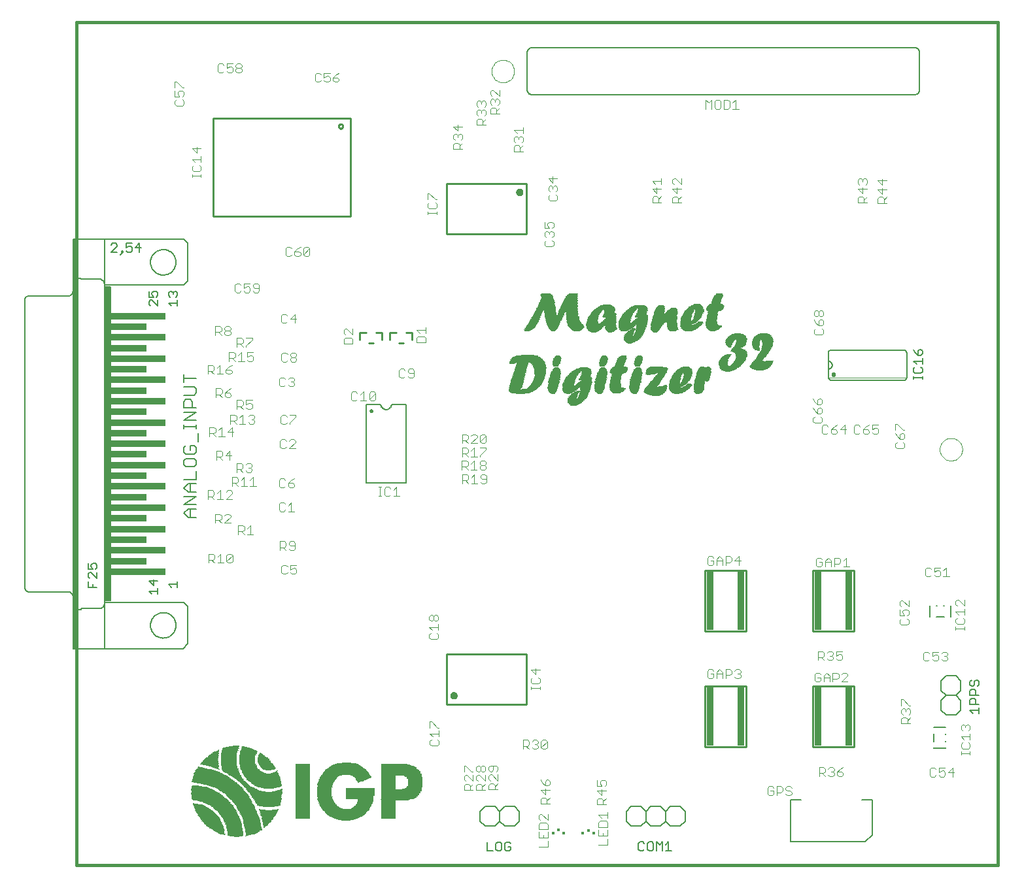
<source format=gbr>
G75*
G70*
%OFA0B0*%
%FSLAX24Y24*%
%IPPOS*%
%LPD*%
%AMOC8*
5,1,8,0,0,1.08239X$1,22.5*
%
%ADD10C,0.0160*%
%ADD11C,0.0000*%
%ADD12R,0.0270X0.0030*%
%ADD13R,0.0690X0.0030*%
%ADD14R,0.0090X0.0030*%
%ADD15R,0.0780X0.0030*%
%ADD16R,0.0150X0.0030*%
%ADD17R,0.0180X0.0030*%
%ADD18R,0.0390X0.0030*%
%ADD19R,0.0240X0.0030*%
%ADD20R,0.0450X0.0030*%
%ADD21R,0.0300X0.0030*%
%ADD22R,0.0510X0.0030*%
%ADD23R,0.0360X0.0030*%
%ADD24R,0.0570X0.0030*%
%ADD25R,0.0420X0.0030*%
%ADD26R,0.0660X0.0030*%
%ADD27R,0.0480X0.0030*%
%ADD28R,0.0720X0.0030*%
%ADD29R,0.0540X0.0030*%
%ADD30R,0.0810X0.0030*%
%ADD31R,0.0750X0.0030*%
%ADD32R,0.0600X0.0030*%
%ADD33R,0.0840X0.0030*%
%ADD34R,0.0870X0.0030*%
%ADD35R,0.0060X0.0030*%
%ADD36R,0.0900X0.0030*%
%ADD37R,0.0930X0.0030*%
%ADD38R,0.0330X0.0030*%
%ADD39R,0.0960X0.0030*%
%ADD40R,0.0990X0.0030*%
%ADD41R,0.1020X0.0030*%
%ADD42R,0.1200X0.0030*%
%ADD43R,0.1320X0.0030*%
%ADD44R,0.0630X0.0030*%
%ADD45R,0.1440X0.0030*%
%ADD46R,0.1560X0.0030*%
%ADD47R,0.1680X0.0030*%
%ADD48R,0.1740X0.0030*%
%ADD49R,0.1860X0.0030*%
%ADD50R,0.1920X0.0030*%
%ADD51R,0.1980X0.0030*%
%ADD52R,0.2040X0.0030*%
%ADD53R,0.2100X0.0030*%
%ADD54R,0.2160X0.0030*%
%ADD55R,0.2220X0.0030*%
%ADD56R,0.2250X0.0030*%
%ADD57R,0.2310X0.0030*%
%ADD58R,0.1050X0.0030*%
%ADD59R,0.2370X0.0030*%
%ADD60R,0.2430X0.0030*%
%ADD61R,0.1080X0.0030*%
%ADD62R,0.1110X0.0030*%
%ADD63R,0.1170X0.0030*%
%ADD64R,0.1230X0.0030*%
%ADD65R,0.1260X0.0030*%
%ADD66R,0.1290X0.0030*%
%ADD67R,0.1380X0.0030*%
%ADD68R,0.1410X0.0030*%
%ADD69R,0.1500X0.0030*%
%ADD70R,0.1350X0.0030*%
%ADD71R,0.1620X0.0030*%
%ADD72R,0.1830X0.0030*%
%ADD73R,0.1800X0.0030*%
%ADD74R,0.1770X0.0030*%
%ADD75R,0.1470X0.0030*%
%ADD76R,0.1650X0.0030*%
%ADD77R,0.1530X0.0030*%
%ADD78R,0.1590X0.0030*%
%ADD79R,0.1890X0.0030*%
%ADD80R,0.1140X0.0030*%
%ADD81R,0.1950X0.0030*%
%ADD82R,0.2010X0.0030*%
%ADD83R,0.1710X0.0030*%
%ADD84R,0.2070X0.0030*%
%ADD85R,0.2190X0.0030*%
%ADD86R,0.2400X0.0030*%
%ADD87R,0.2340X0.0030*%
%ADD88R,0.0210X0.0030*%
%ADD89R,0.0030X0.0030*%
%ADD90R,0.0120X0.0030*%
%ADD91R,0.0220X0.0022*%
%ADD92R,0.0330X0.0022*%
%ADD93R,0.0418X0.0022*%
%ADD94R,0.0484X0.0022*%
%ADD95R,0.0550X0.0022*%
%ADD96R,0.0616X0.0022*%
%ADD97R,0.0660X0.0022*%
%ADD98R,0.0704X0.0022*%
%ADD99R,0.0748X0.0022*%
%ADD100R,0.0770X0.0022*%
%ADD101R,0.0792X0.0022*%
%ADD102R,0.0814X0.0022*%
%ADD103R,0.0836X0.0022*%
%ADD104R,0.0858X0.0022*%
%ADD105R,0.0880X0.0022*%
%ADD106R,0.0902X0.0022*%
%ADD107R,0.0462X0.0022*%
%ADD108R,0.0418X0.0022*%
%ADD109R,0.0440X0.0022*%
%ADD110R,0.0418X0.0022*%
%ADD111R,0.0462X0.0022*%
%ADD112R,0.0440X0.0022*%
%ADD113R,0.0396X0.0022*%
%ADD114R,0.0374X0.0022*%
%ADD115R,0.0462X0.0022*%
%ADD116R,0.0352X0.0022*%
%ADD117R,0.0572X0.0022*%
%ADD118R,0.0484X0.0022*%
%ADD119R,0.0704X0.0022*%
%ADD120R,0.0330X0.0022*%
%ADD121R,0.0814X0.0022*%
%ADD122R,0.0176X0.0022*%
%ADD123R,0.0198X0.0022*%
%ADD124R,0.0308X0.0022*%
%ADD125R,0.0176X0.0022*%
%ADD126R,0.0264X0.0022*%
%ADD127R,0.0198X0.0022*%
%ADD128R,0.0242X0.0022*%
%ADD129R,0.0286X0.0022*%
%ADD130R,0.0968X0.0022*%
%ADD131R,0.0264X0.0022*%
%ADD132R,0.0924X0.0022*%
%ADD133R,0.0286X0.0022*%
%ADD134R,0.0396X0.0022*%
%ADD135R,0.1012X0.0022*%
%ADD136R,0.0528X0.0022*%
%ADD137R,0.1034X0.0022*%
%ADD138R,0.0242X0.0022*%
%ADD139R,0.0484X0.0022*%
%ADD140R,0.1056X0.0022*%
%ADD141R,0.0594X0.0022*%
%ADD142R,0.0374X0.0022*%
%ADD143R,0.1144X0.0022*%
%ADD144R,0.0374X0.0022*%
%ADD145R,0.0528X0.0022*%
%ADD146R,0.0506X0.0022*%
%ADD147R,0.1078X0.0022*%
%ADD148R,0.0660X0.0022*%
%ADD149R,0.1210X0.0022*%
%ADD150R,0.0594X0.0022*%
%ADD151R,0.0594X0.0022*%
%ADD152R,0.1100X0.0022*%
%ADD153R,0.0726X0.0022*%
%ADD154R,0.1276X0.0022*%
%ADD155R,0.0616X0.0022*%
%ADD156R,0.0154X0.0022*%
%ADD157R,0.0638X0.0022*%
%ADD158R,0.1122X0.0022*%
%ADD159R,0.1320X0.0022*%
%ADD160R,0.0836X0.0022*%
%ADD161R,0.1342X0.0022*%
%ADD162R,0.1144X0.0022*%
%ADD163R,0.0858X0.0022*%
%ADD164R,0.1386X0.0022*%
%ADD165R,0.0726X0.0022*%
%ADD166R,0.0506X0.0022*%
%ADD167R,0.1144X0.0022*%
%ADD168R,0.0924X0.0022*%
%ADD169R,0.0946X0.0022*%
%ADD170R,0.0990X0.0022*%
%ADD171R,0.1034X0.0022*%
%ADD172R,0.0616X0.0022*%
%ADD173R,0.0528X0.0022*%
%ADD174R,0.0506X0.0022*%
%ADD175R,0.0858X0.0022*%
%ADD176R,0.0506X0.0022*%
%ADD177R,0.0726X0.0022*%
%ADD178R,0.1100X0.0022*%
%ADD179R,0.1056X0.0022*%
%ADD180R,0.0528X0.0022*%
%ADD181R,0.1078X0.0022*%
%ADD182R,0.1430X0.0022*%
%ADD183R,0.1056X0.0022*%
%ADD184R,0.1452X0.0022*%
%ADD185R,0.0682X0.0022*%
%ADD186R,0.0352X0.0022*%
%ADD187R,0.0638X0.0022*%
%ADD188R,0.1452X0.0022*%
%ADD189R,0.0572X0.0022*%
%ADD190R,0.0550X0.0022*%
%ADD191R,0.0220X0.0022*%
%ADD192R,0.0726X0.0022*%
%ADD193R,0.0352X0.0022*%
%ADD194R,0.0154X0.0022*%
%ADD195R,0.0814X0.0022*%
%ADD196R,0.0638X0.0022*%
%ADD197R,0.0242X0.0022*%
%ADD198R,0.0638X0.0022*%
%ADD199R,0.0880X0.0022*%
%ADD200R,0.0704X0.0022*%
%ADD201R,0.0308X0.0022*%
%ADD202R,0.0616X0.0022*%
%ADD203R,0.0110X0.0022*%
%ADD204R,0.0572X0.0022*%
%ADD205R,0.0484X0.0022*%
%ADD206R,0.0572X0.0022*%
%ADD207R,0.0462X0.0022*%
%ADD208R,0.0396X0.0022*%
%ADD209R,0.0748X0.0022*%
%ADD210R,0.0748X0.0022*%
%ADD211R,0.1056X0.0022*%
%ADD212R,0.0682X0.0022*%
%ADD213R,0.0594X0.0022*%
%ADD214R,0.0902X0.0022*%
%ADD215R,0.0418X0.0022*%
%ADD216R,0.1078X0.0022*%
%ADD217R,0.0792X0.0022*%
%ADD218R,0.0682X0.0022*%
%ADD219R,0.0308X0.0022*%
%ADD220R,0.0308X0.0022*%
%ADD221R,0.0836X0.0022*%
%ADD222R,0.1034X0.0022*%
%ADD223R,0.0946X0.0022*%
%ADD224R,0.0968X0.0022*%
%ADD225R,0.0176X0.0022*%
%ADD226R,0.0176X0.0022*%
%ADD227R,0.1034X0.0022*%
%ADD228R,0.0682X0.0022*%
%ADD229R,0.1782X0.0022*%
%ADD230R,0.1012X0.0022*%
%ADD231R,0.1782X0.0022*%
%ADD232R,0.1738X0.0022*%
%ADD233R,0.1694X0.0022*%
%ADD234R,0.1672X0.0022*%
%ADD235R,0.1628X0.0022*%
%ADD236R,0.1584X0.0022*%
%ADD237R,0.1562X0.0022*%
%ADD238R,0.1518X0.0022*%
%ADD239R,0.1474X0.0022*%
%ADD240R,0.1408X0.0022*%
%ADD241R,0.1342X0.0022*%
%ADD242R,0.1232X0.0022*%
%ADD243R,0.0946X0.0022*%
%ADD244R,0.0770X0.0022*%
%ADD245R,0.0286X0.0022*%
%ADD246R,0.0264X0.0022*%
%ADD247R,0.0374X0.0022*%
%ADD248R,0.0396X0.0022*%
%ADD249R,0.0990X0.0022*%
%ADD250R,0.0968X0.0022*%
%ADD251R,0.0198X0.0022*%
%ADD252R,0.0814X0.0022*%
%ADD253R,0.0792X0.0022*%
%ADD254R,0.1518X0.0022*%
%ADD255R,0.1298X0.0022*%
%ADD256R,0.1276X0.0022*%
%ADD257R,0.1276X0.0022*%
%ADD258R,0.1254X0.0022*%
%ADD259R,0.0704X0.0022*%
%ADD260R,0.1254X0.0022*%
%ADD261R,0.0352X0.0022*%
%ADD262R,0.1210X0.0022*%
%ADD263R,0.0748X0.0022*%
%ADD264R,0.1012X0.0022*%
%ADD265R,0.0858X0.0022*%
%ADD266C,0.0060*%
%ADD267C,0.0050*%
%ADD268R,0.0300X1.6000*%
%ADD269R,0.0200X2.0900*%
%ADD270R,0.2850X0.0320*%
%ADD271R,0.1850X0.0320*%
%ADD272C,0.0070*%
%ADD273C,0.0040*%
%ADD274C,0.0080*%
%ADD275C,0.0100*%
%ADD276R,0.0350X0.3000*%
%ADD277C,0.0020*%
%ADD278R,0.0128X0.0167*%
%ADD279R,0.0138X0.0138*%
D10*
X002771Y001048D02*
X049740Y001048D01*
X049740Y044048D01*
X002771Y044048D01*
X002771Y001048D01*
X021886Y009708D02*
X021888Y009728D01*
X021894Y009746D01*
X021903Y009764D01*
X021915Y009779D01*
X021930Y009791D01*
X021948Y009800D01*
X021966Y009806D01*
X021986Y009808D01*
X022006Y009806D01*
X022024Y009800D01*
X022042Y009791D01*
X022057Y009779D01*
X022069Y009764D01*
X022078Y009746D01*
X022084Y009728D01*
X022086Y009708D01*
X022084Y009688D01*
X022078Y009670D01*
X022069Y009652D01*
X022057Y009637D01*
X022042Y009625D01*
X022024Y009616D01*
X022006Y009610D01*
X021986Y009608D01*
X021966Y009610D01*
X021948Y009616D01*
X021930Y009625D01*
X021915Y009637D01*
X021903Y009652D01*
X021894Y009670D01*
X021888Y009688D01*
X021886Y009708D01*
X025246Y035388D02*
X025248Y035408D01*
X025254Y035426D01*
X025263Y035444D01*
X025275Y035459D01*
X025290Y035471D01*
X025308Y035480D01*
X025326Y035486D01*
X025346Y035488D01*
X025366Y035486D01*
X025384Y035480D01*
X025402Y035471D01*
X025417Y035459D01*
X025429Y035444D01*
X025438Y035426D01*
X025444Y035408D01*
X025446Y035388D01*
X025444Y035368D01*
X025438Y035350D01*
X025429Y035332D01*
X025417Y035317D01*
X025402Y035305D01*
X025384Y035296D01*
X025366Y035290D01*
X025346Y035288D01*
X025326Y035290D01*
X025308Y035296D01*
X025290Y035305D01*
X025275Y035317D01*
X025263Y035332D01*
X025254Y035350D01*
X025248Y035368D01*
X025246Y035388D01*
D11*
X023926Y041558D02*
X023928Y041605D01*
X023934Y041653D01*
X023944Y041699D01*
X023957Y041745D01*
X023974Y041789D01*
X023995Y041832D01*
X024020Y041872D01*
X024047Y041911D01*
X024078Y041947D01*
X024112Y041981D01*
X024148Y042012D01*
X024187Y042039D01*
X024227Y042064D01*
X024270Y042085D01*
X024314Y042102D01*
X024360Y042115D01*
X024406Y042125D01*
X024454Y042131D01*
X024501Y042133D01*
X024548Y042131D01*
X024596Y042125D01*
X024642Y042115D01*
X024688Y042102D01*
X024732Y042085D01*
X024775Y042064D01*
X024815Y042039D01*
X024854Y042012D01*
X024890Y041981D01*
X024924Y041947D01*
X024955Y041911D01*
X024982Y041872D01*
X025007Y041832D01*
X025028Y041789D01*
X025045Y041745D01*
X025058Y041699D01*
X025068Y041653D01*
X025074Y041605D01*
X025076Y041558D01*
X025074Y041511D01*
X025068Y041463D01*
X025058Y041417D01*
X025045Y041371D01*
X025028Y041327D01*
X025007Y041284D01*
X024982Y041244D01*
X024955Y041205D01*
X024924Y041169D01*
X024890Y041135D01*
X024854Y041104D01*
X024815Y041077D01*
X024775Y041052D01*
X024732Y041031D01*
X024688Y041014D01*
X024642Y041001D01*
X024596Y040991D01*
X024548Y040985D01*
X024501Y040983D01*
X024454Y040985D01*
X024406Y040991D01*
X024360Y041001D01*
X024314Y041014D01*
X024270Y041031D01*
X024227Y041052D01*
X024187Y041077D01*
X024148Y041104D01*
X024112Y041135D01*
X024078Y041169D01*
X024047Y041205D01*
X024020Y041244D01*
X023995Y041284D01*
X023974Y041327D01*
X023957Y041371D01*
X023944Y041417D01*
X023934Y041463D01*
X023928Y041511D01*
X023926Y041558D01*
X046766Y022263D02*
X046768Y022310D01*
X046774Y022358D01*
X046784Y022404D01*
X046797Y022450D01*
X046814Y022494D01*
X046835Y022537D01*
X046860Y022577D01*
X046887Y022616D01*
X046918Y022652D01*
X046952Y022686D01*
X046988Y022717D01*
X047027Y022744D01*
X047067Y022769D01*
X047110Y022790D01*
X047154Y022807D01*
X047200Y022820D01*
X047246Y022830D01*
X047294Y022836D01*
X047341Y022838D01*
X047388Y022836D01*
X047436Y022830D01*
X047482Y022820D01*
X047528Y022807D01*
X047572Y022790D01*
X047615Y022769D01*
X047655Y022744D01*
X047694Y022717D01*
X047730Y022686D01*
X047764Y022652D01*
X047795Y022616D01*
X047822Y022577D01*
X047847Y022537D01*
X047868Y022494D01*
X047885Y022450D01*
X047898Y022404D01*
X047908Y022358D01*
X047914Y022310D01*
X047916Y022263D01*
X047914Y022216D01*
X047908Y022168D01*
X047898Y022122D01*
X047885Y022076D01*
X047868Y022032D01*
X047847Y021989D01*
X047822Y021949D01*
X047795Y021910D01*
X047764Y021874D01*
X047730Y021840D01*
X047694Y021809D01*
X047655Y021782D01*
X047615Y021757D01*
X047572Y021736D01*
X047528Y021719D01*
X047482Y021706D01*
X047436Y021696D01*
X047388Y021690D01*
X047341Y021688D01*
X047294Y021690D01*
X047246Y021696D01*
X047200Y021706D01*
X047154Y021719D01*
X047110Y021736D01*
X047067Y021757D01*
X047027Y021782D01*
X046988Y021809D01*
X046952Y021840D01*
X046918Y021874D01*
X046887Y021910D01*
X046860Y021949D01*
X046835Y021989D01*
X046814Y022032D01*
X046797Y022076D01*
X046784Y022122D01*
X046774Y022168D01*
X046768Y022216D01*
X046766Y022263D01*
D12*
X012911Y005758D03*
X012401Y003118D03*
X011531Y002578D03*
X010931Y002488D03*
X008831Y004168D03*
D13*
X009101Y003988D03*
X009941Y002908D03*
X010901Y002518D03*
X012521Y003508D03*
X012521Y003538D03*
X010751Y005728D03*
X009641Y006448D03*
X011501Y006928D03*
X012341Y006298D03*
X012371Y006268D03*
X017321Y005458D03*
D14*
X012971Y005818D03*
X012131Y006748D03*
X010001Y006898D03*
X009011Y006058D03*
X008741Y004198D03*
X010301Y002578D03*
X011411Y002518D03*
X012341Y002998D03*
X012101Y003898D03*
X013031Y003898D03*
D15*
X012536Y003628D03*
X012536Y003598D03*
X012566Y004978D03*
X011456Y006358D03*
X011456Y006388D03*
X011456Y006418D03*
X011456Y006448D03*
X011456Y006478D03*
X011456Y006508D03*
X011516Y006898D03*
X010646Y007018D03*
X010526Y006538D03*
X010526Y006508D03*
X010526Y006478D03*
X010526Y006448D03*
X010526Y006418D03*
X010526Y006388D03*
X010526Y006358D03*
X010526Y006328D03*
X010526Y006298D03*
X010556Y006088D03*
X010646Y005818D03*
X010676Y005788D03*
X009596Y006358D03*
X009266Y005908D03*
X009026Y005008D03*
X009866Y002998D03*
X010826Y002908D03*
X010826Y002878D03*
X010856Y002758D03*
X010856Y002728D03*
X010856Y002698D03*
X010856Y002668D03*
X010856Y002638D03*
X010856Y002608D03*
X010856Y002578D03*
X010856Y002548D03*
X015446Y004378D03*
X015446Y004408D03*
X015446Y004438D03*
X015416Y004528D03*
X015476Y004348D03*
X015476Y004318D03*
X015506Y004258D03*
X015416Y005008D03*
X015416Y005038D03*
X015446Y005128D03*
X015446Y005158D03*
X015446Y005188D03*
X015476Y005248D03*
X017486Y004378D03*
X017486Y004348D03*
X017486Y004318D03*
X017486Y004288D03*
X017456Y004258D03*
X017456Y004228D03*
X017456Y004198D03*
X017426Y004168D03*
X017396Y004108D03*
X020006Y005038D03*
X020006Y005068D03*
X020006Y005458D03*
D16*
X017171Y005278D03*
X013181Y004888D03*
X012941Y005788D03*
X012161Y006718D03*
X009971Y006868D03*
X009971Y005968D03*
X012371Y003028D03*
X011471Y002548D03*
D17*
X012386Y003058D03*
X010256Y002608D03*
X009926Y006838D03*
D18*
X009821Y006718D03*
X009821Y006058D03*
X011081Y005428D03*
X011501Y005038D03*
X012851Y005728D03*
X012221Y006568D03*
X008891Y004138D03*
X011591Y002608D03*
X012461Y003238D03*
D19*
X012386Y003088D03*
X013136Y004858D03*
X012176Y006658D03*
X009896Y006808D03*
X009056Y006028D03*
X010196Y002638D03*
X017186Y005308D03*
D20*
X012551Y005908D03*
X012221Y006538D03*
X010961Y005518D03*
X011591Y004978D03*
X012461Y003298D03*
X012461Y003268D03*
X011621Y002638D03*
X008951Y004108D03*
D21*
X010166Y002668D03*
X012416Y003148D03*
X012566Y005878D03*
X011336Y007048D03*
X009866Y006778D03*
X009866Y006028D03*
D22*
X009761Y006088D03*
X009761Y006628D03*
X009161Y005968D03*
X010901Y005578D03*
X011681Y004918D03*
X012551Y004948D03*
X012251Y006508D03*
X012491Y003358D03*
X011651Y002668D03*
X017261Y005398D03*
D23*
X013076Y004828D03*
X012236Y003868D03*
X012446Y003208D03*
X011456Y005068D03*
X011426Y005098D03*
X011396Y005128D03*
X011186Y005308D03*
X011156Y005338D03*
X011126Y005368D03*
X011096Y005398D03*
X012206Y006598D03*
X009116Y005998D03*
X008816Y005098D03*
X010136Y002698D03*
D24*
X011681Y002698D03*
X012491Y003388D03*
X011711Y004888D03*
X010841Y005638D03*
X010811Y005668D03*
X012281Y006448D03*
X012551Y005938D03*
D25*
X011546Y005008D03*
X011036Y005458D03*
X011006Y005488D03*
X011396Y007018D03*
X009806Y006688D03*
X010106Y002728D03*
X017246Y005368D03*
D26*
X012566Y005968D03*
X012326Y006328D03*
X012326Y006358D03*
X010706Y007048D03*
X009656Y006478D03*
X009686Y006118D03*
X009206Y005938D03*
X008966Y005038D03*
X009956Y002878D03*
X011696Y002728D03*
D27*
X012476Y003328D03*
X011636Y004948D03*
X010946Y005548D03*
X009776Y006658D03*
X010076Y002758D03*
X016496Y003328D03*
X016526Y006268D03*
D28*
X014306Y006178D03*
X014306Y006148D03*
X014306Y006118D03*
X014306Y006088D03*
X014306Y006058D03*
X014306Y006028D03*
X014306Y005998D03*
X014306Y005968D03*
X014306Y005938D03*
X014306Y005908D03*
X014306Y005878D03*
X014306Y005848D03*
X014306Y005818D03*
X014306Y005788D03*
X014306Y005758D03*
X014306Y005728D03*
X014306Y005698D03*
X014306Y005668D03*
X014306Y005638D03*
X014306Y005608D03*
X014306Y005578D03*
X014306Y005548D03*
X014306Y005518D03*
X014306Y005488D03*
X014306Y005458D03*
X014306Y005428D03*
X014306Y005398D03*
X014306Y005368D03*
X014306Y005338D03*
X014306Y005308D03*
X014306Y005278D03*
X014306Y005248D03*
X014306Y005218D03*
X014306Y005188D03*
X014306Y005158D03*
X014306Y005128D03*
X014306Y005098D03*
X014306Y005068D03*
X014306Y005038D03*
X014306Y005008D03*
X014306Y004978D03*
X014306Y004948D03*
X014306Y004918D03*
X014306Y004888D03*
X014306Y004858D03*
X014306Y004828D03*
X014306Y004798D03*
X014306Y004768D03*
X014306Y004738D03*
X014306Y004708D03*
X014306Y004678D03*
X014306Y004648D03*
X014306Y004618D03*
X014306Y004588D03*
X014306Y004558D03*
X014306Y004528D03*
X014306Y004498D03*
X014306Y004468D03*
X014306Y004438D03*
X014306Y004408D03*
X014306Y004378D03*
X014306Y004348D03*
X014306Y004318D03*
X014306Y004288D03*
X014306Y004258D03*
X014306Y004228D03*
X014306Y004198D03*
X014306Y004168D03*
X014306Y004138D03*
X014306Y004108D03*
X014306Y004078D03*
X014306Y004048D03*
X014306Y004018D03*
X014306Y003988D03*
X014306Y003958D03*
X014306Y003928D03*
X014306Y003898D03*
X014306Y003868D03*
X014306Y003838D03*
X014306Y003808D03*
X014306Y003778D03*
X014306Y003748D03*
X014306Y003718D03*
X014306Y003688D03*
X014306Y003658D03*
X014306Y003628D03*
X014306Y003598D03*
X014306Y003568D03*
X014306Y003538D03*
X014306Y003508D03*
X014306Y003478D03*
X014306Y003448D03*
X014306Y003418D03*
X012536Y003568D03*
X011726Y002758D03*
X011846Y004828D03*
X012506Y006058D03*
X012386Y006238D03*
X010706Y005758D03*
X009626Y006418D03*
X018656Y005608D03*
X018656Y005578D03*
X018656Y005548D03*
X018656Y005518D03*
X018656Y005488D03*
X018656Y005458D03*
X018656Y005428D03*
X018656Y005398D03*
X018656Y005368D03*
X018656Y005338D03*
X018656Y005308D03*
X018656Y005278D03*
X018656Y005248D03*
X018656Y005218D03*
X018656Y005188D03*
X018656Y005158D03*
X018656Y005128D03*
X018656Y005098D03*
X018656Y005068D03*
X018656Y005038D03*
X018656Y005008D03*
X018656Y004978D03*
X018656Y004948D03*
X018656Y004918D03*
X018656Y004318D03*
X018656Y004288D03*
X018656Y004258D03*
X018656Y004228D03*
X018656Y004198D03*
X018656Y004168D03*
X018656Y004138D03*
X018656Y004108D03*
X018656Y004078D03*
X018656Y004048D03*
X018656Y004018D03*
X018656Y003988D03*
X018656Y003958D03*
X018656Y003928D03*
X018656Y003898D03*
X018656Y003868D03*
X018656Y003838D03*
X018656Y003808D03*
X018656Y003778D03*
X018656Y003748D03*
X018656Y003718D03*
X018656Y003688D03*
X018656Y003658D03*
X018656Y003628D03*
X018656Y003598D03*
X018656Y003568D03*
X018656Y003538D03*
X018656Y003508D03*
X018656Y003478D03*
X018656Y003448D03*
X018656Y003418D03*
D29*
X012986Y004798D03*
X012266Y006478D03*
X011426Y006988D03*
X010796Y007078D03*
X009746Y006598D03*
X009716Y006568D03*
X010886Y005608D03*
X008906Y005068D03*
X008996Y004078D03*
X010046Y002788D03*
D30*
X010811Y002938D03*
X010811Y002968D03*
X010811Y002998D03*
X010811Y003028D03*
X010781Y003058D03*
X010781Y003088D03*
X010751Y003178D03*
X010841Y002848D03*
X010841Y002818D03*
X010841Y002788D03*
X012551Y003658D03*
X011501Y006148D03*
X011471Y006208D03*
X011471Y006238D03*
X011471Y006268D03*
X011471Y006298D03*
X011471Y006328D03*
X011471Y006538D03*
X011471Y006568D03*
X011471Y006598D03*
X011471Y006628D03*
X011501Y006688D03*
X010601Y006928D03*
X010601Y006958D03*
X010571Y006868D03*
X010571Y006838D03*
X010571Y006808D03*
X010571Y006778D03*
X010541Y006748D03*
X010541Y006718D03*
X010541Y006688D03*
X010541Y006658D03*
X010541Y006628D03*
X010541Y006598D03*
X010541Y006568D03*
X010541Y006268D03*
X010541Y006238D03*
X010541Y006208D03*
X010541Y006178D03*
X010541Y006148D03*
X010541Y006118D03*
X010571Y006058D03*
X010571Y006028D03*
X010571Y005998D03*
X010601Y005908D03*
X010601Y005878D03*
X009611Y006148D03*
X009581Y006328D03*
X009191Y003898D03*
X009221Y003868D03*
X015491Y004288D03*
X015521Y004228D03*
X015551Y004168D03*
X015461Y005218D03*
X015491Y005278D03*
X015491Y005308D03*
X015521Y005338D03*
X015521Y005368D03*
X016511Y006238D03*
X017351Y005488D03*
X017411Y004138D03*
X017381Y004078D03*
X016511Y003358D03*
X019961Y004978D03*
X019991Y005008D03*
X019991Y005488D03*
X019991Y005518D03*
D31*
X020021Y005428D03*
X020021Y005398D03*
X020021Y005368D03*
X020021Y005338D03*
X020021Y005308D03*
X020021Y005278D03*
X020021Y005248D03*
X020021Y005218D03*
X020021Y005188D03*
X020021Y005158D03*
X020021Y005128D03*
X020021Y005098D03*
X015431Y005098D03*
X015431Y005068D03*
X015401Y004978D03*
X015401Y004948D03*
X015401Y004918D03*
X015401Y004888D03*
X015401Y004858D03*
X015401Y004828D03*
X015401Y004798D03*
X015401Y004768D03*
X015401Y004738D03*
X015401Y004708D03*
X015401Y004678D03*
X015401Y004648D03*
X015401Y004618D03*
X015401Y004588D03*
X015401Y004558D03*
X015431Y004498D03*
X015431Y004468D03*
X012551Y005998D03*
X012521Y006028D03*
X012491Y006088D03*
X012461Y006118D03*
X012431Y006148D03*
X012431Y006178D03*
X012401Y006208D03*
X009611Y006388D03*
X009131Y003958D03*
X009161Y003928D03*
X009881Y002968D03*
X009911Y002938D03*
X011741Y002788D03*
D32*
X012506Y003418D03*
X012506Y003448D03*
X010016Y002818D03*
X009986Y002848D03*
X009026Y004048D03*
X009686Y006538D03*
X011456Y006958D03*
X012296Y006418D03*
X017306Y005428D03*
D33*
X017366Y004048D03*
X017336Y004018D03*
X015596Y004108D03*
X015566Y004138D03*
X015536Y004198D03*
X015536Y005398D03*
X015566Y005428D03*
X012536Y003688D03*
X011666Y003418D03*
X011666Y003388D03*
X011636Y003478D03*
X011696Y003298D03*
X011756Y002998D03*
X011786Y002878D03*
X011786Y002848D03*
X011786Y002818D03*
X010766Y003118D03*
X010766Y003148D03*
X010736Y003208D03*
X010736Y003238D03*
X010706Y003298D03*
X009836Y003028D03*
X009806Y003058D03*
X009056Y004978D03*
X009566Y006268D03*
X009566Y006298D03*
X010586Y005968D03*
X010586Y005938D03*
X010616Y005848D03*
X011486Y006178D03*
X011516Y006118D03*
X011516Y006088D03*
X011486Y006658D03*
X011516Y006718D03*
X011516Y006748D03*
X011546Y006868D03*
X010616Y006988D03*
X010586Y006898D03*
X019946Y005548D03*
D34*
X019931Y004948D03*
X017351Y005518D03*
X017291Y003988D03*
X015611Y004078D03*
X015581Y005458D03*
X015611Y005488D03*
X012551Y003748D03*
X012551Y003718D03*
X011651Y003448D03*
X011621Y003508D03*
X011621Y003538D03*
X011591Y003568D03*
X011591Y003598D03*
X011561Y003658D03*
X011531Y003718D03*
X011681Y003358D03*
X011681Y003328D03*
X011711Y003268D03*
X011711Y003238D03*
X011711Y003208D03*
X011741Y003118D03*
X011741Y003088D03*
X011741Y003058D03*
X011741Y003028D03*
X011771Y002968D03*
X011771Y002938D03*
X011771Y002908D03*
X010721Y003268D03*
X010691Y003328D03*
X010691Y003358D03*
X010661Y003388D03*
X010661Y003418D03*
X010631Y003448D03*
X009791Y003088D03*
X009251Y003838D03*
X011531Y006028D03*
X011531Y006058D03*
X011561Y005998D03*
X011531Y006778D03*
X011531Y006808D03*
X011561Y006838D03*
D35*
X012986Y005848D03*
X013226Y004918D03*
X012326Y002968D03*
X010016Y005938D03*
X017126Y005248D03*
D36*
X015656Y005548D03*
X015626Y005518D03*
X015626Y004048D03*
X011966Y004798D03*
X011426Y003928D03*
X011456Y003868D03*
X011486Y003808D03*
X011516Y003778D03*
X011516Y003748D03*
X011546Y003688D03*
X011576Y003628D03*
X011726Y003178D03*
X011726Y003148D03*
X010616Y003478D03*
X010616Y003508D03*
X010586Y003538D03*
X010586Y003568D03*
X010556Y003598D03*
X009776Y003118D03*
X009746Y003148D03*
X009326Y003748D03*
X009296Y003778D03*
X009266Y003808D03*
X011576Y005968D03*
X011606Y005938D03*
X009566Y006238D03*
X019916Y005578D03*
D37*
X017321Y005548D03*
X017291Y005578D03*
X015701Y003988D03*
X015671Y004018D03*
X017261Y003958D03*
X012551Y003808D03*
X012551Y003778D03*
X011471Y003838D03*
X011441Y003898D03*
X011411Y003958D03*
X011381Y003988D03*
X011381Y004018D03*
X011351Y004048D03*
X011351Y004078D03*
X011321Y004108D03*
X011291Y004168D03*
X010541Y003628D03*
X010511Y003658D03*
X009731Y003178D03*
X009701Y003208D03*
X009371Y003688D03*
X009341Y003718D03*
X009311Y005878D03*
X009551Y006208D03*
X011621Y005908D03*
D38*
X012191Y006628D03*
X010901Y007108D03*
X009851Y006748D03*
X011231Y005278D03*
X011261Y005248D03*
X011291Y005218D03*
X011321Y005188D03*
X011351Y005158D03*
X012881Y003868D03*
X012431Y003178D03*
X017231Y005338D03*
D39*
X017246Y005608D03*
X015686Y005578D03*
X017216Y003928D03*
X012566Y003838D03*
X011306Y004138D03*
X011276Y004198D03*
X011246Y004228D03*
X010496Y003688D03*
X010466Y003718D03*
X010436Y003778D03*
X009686Y003238D03*
X009656Y003268D03*
X009626Y003328D03*
X009476Y003538D03*
X009416Y003628D03*
X009386Y003658D03*
X009086Y004948D03*
X009536Y006178D03*
X011636Y005878D03*
X011666Y005848D03*
X012566Y005008D03*
D40*
X012551Y004048D03*
X011231Y004258D03*
X011201Y004288D03*
X010421Y003808D03*
X010391Y003838D03*
X010451Y003748D03*
X009611Y003358D03*
X009581Y003388D03*
X009551Y003418D03*
X009551Y003448D03*
X009521Y003478D03*
X009491Y003508D03*
X009461Y003568D03*
X009431Y003598D03*
X009641Y003298D03*
X015731Y003958D03*
X015731Y005608D03*
X019871Y004918D03*
D41*
X019856Y005608D03*
X017216Y005638D03*
X016526Y006208D03*
X016496Y003388D03*
X011696Y005818D03*
X011156Y004348D03*
X011186Y004318D03*
D42*
X010826Y004738D03*
X010796Y004768D03*
X010106Y004108D03*
X016496Y003418D03*
X016526Y006178D03*
D43*
X018956Y006178D03*
X016496Y003448D03*
X012536Y004258D03*
X010616Y004918D03*
X009446Y005758D03*
D44*
X009671Y006508D03*
X010781Y005698D03*
X011771Y004858D03*
X012551Y004018D03*
X012521Y003478D03*
X009071Y004018D03*
X012311Y006388D03*
D45*
X012506Y004408D03*
X009326Y004708D03*
X009476Y005728D03*
X016496Y003478D03*
X017216Y004588D03*
X017216Y004618D03*
X017216Y004648D03*
X017216Y004678D03*
X017216Y004708D03*
X017216Y004738D03*
X017216Y004768D03*
X017216Y004798D03*
X017216Y004828D03*
X017216Y004858D03*
X017216Y004888D03*
X017216Y004918D03*
X017216Y004948D03*
D46*
X016496Y006088D03*
X019076Y006118D03*
X016496Y003508D03*
X012446Y004588D03*
X012446Y005218D03*
X012416Y005248D03*
X009536Y005668D03*
D47*
X009566Y005608D03*
X010226Y005128D03*
X009476Y004498D03*
X012416Y004708D03*
X012416Y004738D03*
X012356Y005338D03*
X012326Y005368D03*
X016496Y003538D03*
X019136Y004438D03*
D48*
X019166Y004468D03*
X016496Y003568D03*
X016496Y006028D03*
X012296Y005458D03*
X012296Y005428D03*
X012266Y005488D03*
X009596Y005578D03*
X009506Y004468D03*
D49*
X009626Y005518D03*
X016496Y003598D03*
X019226Y004558D03*
X019226Y005938D03*
D50*
X019256Y005878D03*
X019256Y004618D03*
X016496Y003628D03*
X016496Y005968D03*
D51*
X016496Y005938D03*
X016496Y003658D03*
X019286Y004708D03*
X019286Y005788D03*
X019286Y005818D03*
D52*
X019316Y005698D03*
X019316Y005668D03*
X019316Y004858D03*
X019316Y004828D03*
X016496Y005908D03*
X016496Y003688D03*
X009926Y005218D03*
X009686Y005398D03*
D53*
X009716Y005368D03*
X016496Y005878D03*
X016496Y003718D03*
D54*
X016496Y003748D03*
X016496Y005848D03*
X009716Y005338D03*
D55*
X009746Y005278D03*
X016496Y005818D03*
X016496Y003778D03*
D56*
X016481Y003808D03*
X016481Y005788D03*
D57*
X016481Y005758D03*
X016481Y003838D03*
D58*
X015791Y003928D03*
X011141Y004378D03*
X011111Y004408D03*
X011081Y004438D03*
X010361Y003868D03*
X010331Y003898D03*
X010301Y003928D03*
X010271Y003958D03*
X009131Y004918D03*
X009341Y005848D03*
D59*
X016481Y003868D03*
D60*
X016481Y003898D03*
X016481Y005668D03*
D61*
X015776Y005638D03*
X011726Y005788D03*
X011036Y004498D03*
X011066Y004468D03*
X010256Y003988D03*
D62*
X010211Y004018D03*
X010181Y004048D03*
X010961Y004588D03*
X010961Y004618D03*
X010991Y004558D03*
X011021Y004528D03*
X011771Y005758D03*
X009161Y004888D03*
D63*
X009191Y004858D03*
X010151Y004078D03*
X010841Y004708D03*
X012551Y004108D03*
X012551Y004078D03*
D64*
X012551Y004138D03*
X012551Y004168D03*
X011831Y005728D03*
X010751Y004798D03*
X010061Y004138D03*
X009221Y004828D03*
D65*
X010016Y004168D03*
X010676Y004858D03*
X010706Y004828D03*
X009416Y005788D03*
X012536Y004228D03*
X012536Y004198D03*
D66*
X012551Y005068D03*
X010631Y004888D03*
X009971Y004198D03*
X009251Y004798D03*
D67*
X009296Y004738D03*
X009926Y004228D03*
X010526Y004978D03*
X012536Y005098D03*
X012506Y004348D03*
X018986Y004348D03*
D68*
X017201Y004408D03*
X017201Y004438D03*
X017201Y004468D03*
X017201Y004498D03*
X017201Y004528D03*
X017201Y004558D03*
X012521Y004378D03*
X012521Y005128D03*
X010481Y005008D03*
X009881Y004258D03*
D69*
X009806Y004288D03*
X009506Y005698D03*
X012476Y005188D03*
X012476Y004528D03*
X012476Y004498D03*
X019046Y004378D03*
D70*
X016511Y006148D03*
X012521Y004318D03*
X012521Y004288D03*
X010571Y004948D03*
X009281Y004768D03*
D71*
X009446Y004558D03*
X009716Y004318D03*
X009536Y005638D03*
X012446Y004648D03*
X012446Y004618D03*
X019106Y004408D03*
D72*
X019211Y004528D03*
X019211Y005968D03*
X016511Y005998D03*
X012191Y005638D03*
X012161Y005698D03*
X009581Y004348D03*
D73*
X009566Y004378D03*
X009536Y004408D03*
X010136Y005158D03*
X009596Y005548D03*
X012176Y005668D03*
X012206Y005608D03*
X012206Y005578D03*
X012236Y005548D03*
X019196Y005998D03*
D74*
X019181Y006028D03*
X019181Y004498D03*
X012251Y005518D03*
X009521Y004438D03*
D75*
X009341Y004678D03*
X010421Y005038D03*
X012491Y005158D03*
X012491Y004468D03*
X012491Y004438D03*
X016511Y006118D03*
X019031Y006148D03*
D76*
X019121Y006088D03*
X016511Y006058D03*
X012371Y005308D03*
X012431Y004678D03*
X009461Y004528D03*
D77*
X009401Y004618D03*
X009371Y004648D03*
X010361Y005068D03*
X012461Y004558D03*
D78*
X012401Y005278D03*
X010301Y005098D03*
X009431Y004588D03*
D79*
X010031Y005188D03*
X009641Y005488D03*
X019241Y005908D03*
X019241Y004588D03*
D80*
X012566Y005038D03*
X010916Y004648D03*
X010886Y004678D03*
X009386Y005818D03*
D81*
X009671Y005458D03*
X019271Y005848D03*
X019271Y004678D03*
X019271Y004648D03*
D82*
X019301Y004738D03*
X019301Y004768D03*
X019301Y004798D03*
X019301Y005728D03*
X019301Y005758D03*
X009671Y005428D03*
D83*
X012311Y005398D03*
X012401Y004768D03*
X019151Y006058D03*
D84*
X019331Y005638D03*
X019331Y004888D03*
D85*
X009821Y005248D03*
X009731Y005308D03*
D86*
X016496Y005698D03*
D87*
X016496Y005728D03*
D88*
X012161Y006688D03*
X009911Y005998D03*
D89*
X010031Y006928D03*
D90*
X011276Y007078D03*
D91*
X028089Y024476D03*
X028265Y025180D03*
X027231Y026412D03*
X027296Y027006D03*
X027076Y028304D03*
X028265Y028282D03*
X029673Y027006D03*
X029606Y026412D03*
X031389Y026412D03*
X031939Y026060D03*
X031455Y027006D03*
X030949Y027666D03*
X031125Y028370D03*
X036031Y027534D03*
D92*
X037406Y027468D03*
X032566Y029558D03*
X031004Y028238D03*
X030960Y027688D03*
X031201Y025158D03*
X029420Y025158D03*
X028144Y025048D03*
X028100Y024498D03*
X027044Y025158D03*
X027066Y028348D03*
D93*
X026251Y029096D03*
X026229Y029074D03*
X026229Y029052D03*
X026207Y029030D03*
X026164Y028920D03*
X026274Y029140D03*
X026274Y029162D03*
X026317Y029250D03*
X026339Y029294D03*
X025834Y028392D03*
X025811Y028370D03*
X027264Y026786D03*
X027241Y026742D03*
X027241Y026720D03*
X027219Y026280D03*
X028539Y024872D03*
X028121Y024520D03*
X029617Y026720D03*
X029617Y026742D03*
X029639Y026786D03*
X030981Y027710D03*
X031399Y028062D03*
X031421Y026786D03*
X031399Y026742D03*
X031399Y026720D03*
X031377Y026280D03*
X032587Y026104D03*
X032609Y026126D03*
X033467Y026170D03*
X033489Y026192D03*
X033819Y026434D03*
X033929Y026060D03*
X033929Y026016D03*
X033907Y025972D03*
X033907Y025950D03*
X033864Y025840D03*
X033379Y025114D03*
X035777Y026830D03*
X035799Y026852D03*
X035799Y026874D03*
X035821Y026896D03*
X036437Y027424D03*
X036064Y027754D03*
X036064Y027776D03*
X037581Y026874D03*
X037581Y026852D03*
X037559Y026830D03*
X037604Y026896D03*
X037647Y026940D03*
X037691Y027006D03*
X034457Y029074D03*
X034457Y029096D03*
X034479Y029140D03*
X034479Y029162D03*
X034501Y029206D03*
X034501Y029250D03*
X034391Y029624D03*
X034061Y029382D03*
X034039Y029360D03*
X033181Y029382D03*
X032544Y029470D03*
X032544Y029492D03*
X033951Y028304D03*
X029991Y028304D03*
D94*
X030003Y028326D03*
X029211Y029162D03*
X030883Y029162D03*
X030949Y029250D03*
X030971Y029272D03*
X031609Y029272D03*
X031609Y029294D03*
X031631Y029382D03*
X031631Y029404D03*
X032511Y029382D03*
X032511Y029360D03*
X032291Y028436D03*
X031543Y028436D03*
X031521Y028392D03*
X031499Y028326D03*
X031499Y028304D03*
X031499Y028282D03*
X030993Y027732D03*
X030443Y026522D03*
X030443Y026500D03*
X030311Y026082D03*
X030289Y025994D03*
X029409Y025334D03*
X028683Y025246D03*
X028661Y025202D03*
X028639Y025136D03*
X028639Y025114D03*
X028639Y025092D03*
X028133Y024542D03*
X027033Y025334D03*
X027209Y026170D03*
X027209Y026192D03*
X028023Y025972D03*
X028089Y026060D03*
X028111Y026082D03*
X028749Y026082D03*
X028749Y026104D03*
X028771Y026192D03*
X028771Y026214D03*
X031191Y025334D03*
X032313Y025730D03*
X032401Y025840D03*
X033281Y025774D03*
X033303Y025840D03*
X033369Y025994D03*
X033809Y026412D03*
X034491Y025246D03*
X037901Y027336D03*
X037923Y027380D03*
X035349Y029690D03*
X035349Y029712D03*
X034381Y029602D03*
X033941Y029184D03*
X033919Y029140D03*
X033853Y028964D03*
X026703Y030174D03*
D95*
X026691Y030152D03*
X028034Y030086D03*
X029068Y028832D03*
X029068Y028810D03*
X029991Y028920D03*
X029991Y028524D03*
X030014Y028370D03*
X030740Y028876D03*
X030761Y028942D03*
X030784Y028986D03*
X031620Y028942D03*
X032301Y028502D03*
X032301Y028480D03*
X032324Y028524D03*
X033116Y028590D03*
X033116Y028612D03*
X033116Y028634D03*
X033116Y028656D03*
X033116Y028700D03*
X033138Y028524D03*
X033138Y028502D03*
X033138Y028480D03*
X033160Y028436D03*
X033138Y029294D03*
X034370Y029580D03*
X035140Y028876D03*
X035140Y028854D03*
X035140Y028832D03*
X035140Y028810D03*
X036658Y027842D03*
X036658Y027820D03*
X036658Y027776D03*
X036658Y027754D03*
X036658Y027732D03*
X036658Y027710D03*
X036658Y026962D03*
X036658Y026940D03*
X036636Y026896D03*
X036636Y026874D03*
X036614Y026830D03*
X036350Y026522D03*
X035976Y026280D03*
X034810Y026412D03*
X033798Y026390D03*
X032148Y025510D03*
X032104Y025466D03*
X032104Y025444D03*
X031246Y025576D03*
X031224Y025554D03*
X031224Y025532D03*
X031224Y025510D03*
X031246Y025620D03*
X031246Y025642D03*
X031268Y025730D03*
X031268Y025752D03*
X031290Y025840D03*
X031290Y025862D03*
X031311Y025906D03*
X031311Y025950D03*
X031311Y025972D03*
X030234Y025686D03*
X030234Y025664D03*
X030234Y025642D03*
X030234Y025620D03*
X029530Y025906D03*
X029530Y025950D03*
X029530Y025972D03*
X029508Y025862D03*
X029508Y025840D03*
X029486Y025752D03*
X029486Y025730D03*
X029464Y025642D03*
X029464Y025620D03*
X029464Y025576D03*
X029441Y025554D03*
X029441Y025532D03*
X029441Y025510D03*
X028760Y025752D03*
X027924Y025796D03*
X027901Y025752D03*
X027880Y025686D03*
X027154Y025906D03*
X027154Y025950D03*
X027154Y025972D03*
X027131Y025862D03*
X027131Y025840D03*
X027110Y025752D03*
X027110Y025730D03*
X027088Y025642D03*
X027088Y025620D03*
X027088Y025576D03*
X027066Y025554D03*
X027066Y025532D03*
X027066Y025510D03*
X026384Y025994D03*
X026384Y026016D03*
X026384Y026060D03*
X025988Y025356D03*
X028144Y024564D03*
X031004Y027754D03*
X028254Y028370D03*
X027066Y028524D03*
X027066Y028546D03*
X038000Y027666D03*
X038000Y027644D03*
X038000Y027622D03*
X038000Y027600D03*
D96*
X037966Y027820D03*
X036646Y027160D03*
X033104Y029206D03*
X032356Y028612D03*
X031586Y029074D03*
X030706Y028700D03*
X031014Y027776D03*
X028726Y025884D03*
X027846Y025510D03*
X028154Y024586D03*
X030244Y025422D03*
X026394Y026302D03*
X026394Y026324D03*
X026394Y026346D03*
X025426Y026412D03*
X025426Y026434D03*
X025404Y026346D03*
X025404Y026324D03*
X025316Y026016D03*
X025294Y025972D03*
X025294Y025950D03*
X025206Y025642D03*
X025096Y025312D03*
X027076Y028612D03*
X028044Y029052D03*
X028044Y029074D03*
X028044Y029096D03*
D97*
X028066Y028898D03*
X026769Y029888D03*
X031015Y027798D03*
X031565Y029008D03*
X028705Y025818D03*
X028155Y024608D03*
D98*
X028176Y024630D03*
X028594Y026346D03*
X026306Y026610D03*
X025844Y025312D03*
X027076Y028722D03*
X027076Y028744D03*
X027956Y029822D03*
X027956Y029844D03*
X029166Y028392D03*
X029914Y028766D03*
X031036Y027820D03*
X031454Y029536D03*
X034336Y029514D03*
X033764Y026324D03*
X034754Y026214D03*
X034754Y026192D03*
X034754Y026170D03*
X034644Y025774D03*
X035986Y026324D03*
D99*
X036492Y027292D03*
X034732Y026082D03*
X034689Y025906D03*
X034689Y025884D03*
X033764Y026302D03*
X031036Y027842D03*
X029892Y028744D03*
X029166Y028414D03*
X028176Y028634D03*
X028154Y028656D03*
X027076Y028766D03*
X027934Y029734D03*
X027934Y029756D03*
X031499Y028766D03*
X034336Y029492D03*
X030464Y026434D03*
X028639Y025576D03*
X028176Y024652D03*
X026262Y026654D03*
X025382Y025114D03*
D100*
X026251Y026676D03*
X027924Y025312D03*
X028628Y025554D03*
X028584Y026324D03*
X030344Y025312D03*
X028188Y024674D03*
X031048Y027864D03*
X030784Y028502D03*
X031488Y028744D03*
X031444Y029514D03*
X029881Y028722D03*
X029178Y028436D03*
X028254Y028502D03*
X028231Y028546D03*
X028210Y028590D03*
X028188Y028612D03*
X027088Y028810D03*
X026758Y029734D03*
X026758Y029756D03*
X027924Y029712D03*
X027924Y029690D03*
X033754Y026280D03*
X033358Y025510D03*
X033424Y025224D03*
X035998Y026346D03*
X036504Y027270D03*
X037780Y028040D03*
X035250Y028502D03*
X033996Y028414D03*
X033930Y028700D03*
X034326Y029470D03*
D101*
X036449Y028040D03*
X031059Y027886D03*
X030794Y028524D03*
X030464Y026412D03*
X030354Y025356D03*
X030354Y025334D03*
X028199Y024696D03*
X027934Y025334D03*
X028242Y028524D03*
X027076Y028832D03*
X026746Y029690D03*
X026746Y029712D03*
X027912Y029646D03*
D102*
X029859Y028678D03*
X031069Y027908D03*
X028209Y024718D03*
X037779Y028018D03*
D103*
X035283Y029382D03*
X033963Y028744D03*
X031433Y029492D03*
X031081Y027930D03*
X029189Y028480D03*
X027891Y029536D03*
X027891Y029580D03*
X027099Y028920D03*
X028573Y026302D03*
X028221Y024740D03*
X033391Y025554D03*
D104*
X033401Y025576D03*
X033731Y026214D03*
X031091Y027952D03*
X031421Y029470D03*
X029749Y029492D03*
X029199Y028502D03*
X027879Y029492D03*
X027879Y029514D03*
X028561Y026280D03*
X030387Y026236D03*
X030387Y026214D03*
X030409Y026280D03*
X030431Y026324D03*
X030431Y026346D03*
X028231Y024762D03*
X033974Y028766D03*
X034304Y029404D03*
X035294Y029404D03*
X035294Y029426D03*
X035337Y029514D03*
X035337Y029536D03*
X036437Y027996D03*
X037779Y027996D03*
D105*
X037593Y026390D03*
X036009Y026390D03*
X032379Y026434D03*
X032246Y025092D03*
X030421Y026302D03*
X031103Y027974D03*
X030839Y028590D03*
X029211Y028524D03*
X027869Y029470D03*
X027099Y028964D03*
X027099Y028942D03*
X026725Y029580D03*
X027979Y025400D03*
X028243Y024784D03*
X035326Y029492D03*
D106*
X036437Y027974D03*
X037779Y027974D03*
X031114Y027996D03*
X029221Y028546D03*
X027857Y029404D03*
X027857Y029426D03*
X027109Y028986D03*
X026714Y029514D03*
X026714Y029536D03*
X028254Y024806D03*
D107*
X028056Y024828D03*
X027836Y025158D03*
X028166Y026148D03*
X027066Y028458D03*
X025966Y028568D03*
X030696Y028348D03*
X030916Y028018D03*
X031026Y029338D03*
X033336Y025928D03*
D108*
X032609Y026148D03*
X032544Y026038D03*
X031377Y026258D03*
X031399Y026698D03*
X031421Y026808D03*
X030607Y026918D03*
X029639Y026808D03*
X029617Y026698D03*
X030937Y028128D03*
X031377Y028018D03*
X032257Y028348D03*
X034479Y029118D03*
X034501Y029228D03*
X035514Y030108D03*
X035777Y026808D03*
X037537Y026808D03*
X033929Y026038D03*
X033907Y025928D03*
X028517Y024828D03*
X028077Y024938D03*
X027219Y026258D03*
X027241Y026698D03*
X027264Y026808D03*
X026207Y029008D03*
X026251Y029118D03*
X026361Y029338D03*
D109*
X026196Y028986D03*
X026175Y028942D03*
X026131Y028876D03*
X026131Y028854D03*
X026109Y028832D03*
X026109Y028810D03*
X026086Y028766D03*
X026065Y028744D03*
X026065Y028722D03*
X026043Y028700D03*
X026021Y028656D03*
X025976Y028590D03*
X025933Y028524D03*
X025866Y028436D03*
X025845Y028414D03*
X028265Y028326D03*
X029145Y028282D03*
X029299Y029294D03*
X029321Y029316D03*
X029365Y029360D03*
X029386Y029382D03*
X028089Y030174D03*
X031059Y029360D03*
X031081Y029382D03*
X031103Y029404D03*
X030926Y028106D03*
X030905Y028062D03*
X030905Y028040D03*
X031389Y028040D03*
X031411Y028084D03*
X032269Y028370D03*
X033985Y029272D03*
X034006Y029316D03*
X034491Y029184D03*
X034513Y029272D03*
X034513Y029294D03*
X034513Y029316D03*
X034513Y029360D03*
X034513Y029382D03*
X035436Y029954D03*
X035481Y030042D03*
X035481Y030064D03*
X035503Y030086D03*
X036096Y027820D03*
X036471Y027446D03*
X035766Y026786D03*
X035766Y026764D03*
X035745Y026720D03*
X033941Y026192D03*
X033941Y026170D03*
X033941Y026126D03*
X033941Y026104D03*
X033941Y026082D03*
X033919Y025994D03*
X033435Y026126D03*
X033413Y026082D03*
X032533Y026016D03*
X032511Y025994D03*
X032489Y025972D03*
X032489Y025950D03*
X032445Y025906D03*
X032665Y025444D03*
X031191Y025246D03*
X031366Y026236D03*
X030531Y026764D03*
X030575Y026852D03*
X030575Y026874D03*
X030596Y026896D03*
X029585Y026236D03*
X029409Y025246D03*
X028551Y024894D03*
X028529Y024850D03*
X028066Y024916D03*
X028045Y024872D03*
X028045Y024850D03*
X027033Y025246D03*
X027209Y026236D03*
X028199Y026170D03*
X028221Y026192D03*
X028243Y026214D03*
X034469Y025202D03*
X037659Y026962D03*
X037681Y026984D03*
X037725Y027050D03*
X037746Y027072D03*
X037746Y027094D03*
X037769Y027116D03*
X037813Y027182D03*
D110*
X037516Y026786D03*
X034436Y029030D03*
X031136Y029426D03*
X030916Y028084D03*
X029596Y026280D03*
X028276Y026236D03*
X028056Y024894D03*
X027066Y028414D03*
X026296Y029184D03*
X026296Y029206D03*
X026186Y028964D03*
X032566Y026082D03*
X032566Y026060D03*
X033886Y025906D03*
X033886Y025884D03*
D111*
X033424Y026104D03*
X033401Y026060D03*
X033379Y026016D03*
X033357Y025972D03*
X032434Y025884D03*
X032411Y025862D03*
X032367Y025796D03*
X031377Y026214D03*
X031201Y025312D03*
X031201Y025290D03*
X030454Y026544D03*
X030454Y026566D03*
X030497Y026654D03*
X030497Y026676D03*
X030519Y026720D03*
X030519Y026742D03*
X030541Y026786D03*
X030564Y026830D03*
X031421Y028106D03*
X031444Y028150D03*
X031444Y028172D03*
X031487Y028260D03*
X032279Y028392D03*
X032279Y028414D03*
X032521Y029404D03*
X032521Y029426D03*
X033159Y029360D03*
X033929Y029162D03*
X033951Y029206D03*
X033974Y029250D03*
X035359Y029734D03*
X035359Y029756D03*
X035381Y029800D03*
X035381Y029822D03*
X035404Y029844D03*
X035404Y029866D03*
X035447Y029976D03*
X035469Y030020D03*
X036107Y027842D03*
X035734Y026676D03*
X035734Y026654D03*
X035734Y026632D03*
X035734Y026610D03*
X034479Y025224D03*
X037801Y027160D03*
X037824Y027204D03*
X037867Y027270D03*
X037889Y027292D03*
X037889Y027314D03*
X031004Y029316D03*
X030981Y029294D03*
X029287Y029272D03*
X029244Y029206D03*
X029221Y029184D03*
X029199Y029140D03*
X028144Y026126D03*
X028121Y026104D03*
X027219Y026214D03*
X027044Y025312D03*
X027044Y025290D03*
X028561Y024916D03*
X028584Y024960D03*
X028584Y024982D03*
X028627Y025070D03*
X029419Y025290D03*
X029419Y025312D03*
X025394Y025092D03*
X025899Y028480D03*
X025921Y028502D03*
X025944Y028546D03*
X025987Y028612D03*
X026009Y028634D03*
D112*
X026086Y028788D03*
X026153Y028898D03*
X025889Y028458D03*
X029255Y029228D03*
X029343Y029338D03*
X031433Y028128D03*
X030553Y026808D03*
X031191Y025268D03*
X030311Y025158D03*
X029409Y025268D03*
X028573Y024938D03*
X027033Y025268D03*
X032466Y025928D03*
X033456Y026148D03*
X033941Y026148D03*
X035745Y026698D03*
X035965Y026258D03*
X036493Y027468D03*
X036075Y027798D03*
X035216Y028348D03*
X034513Y029338D03*
X034029Y029338D03*
X033171Y028348D03*
X032533Y029448D03*
X035459Y029998D03*
X037856Y027248D03*
X037791Y027138D03*
X037703Y027028D03*
D113*
X036053Y027732D03*
X034403Y028964D03*
X033171Y028326D03*
X030949Y028150D03*
X029981Y028282D03*
X029651Y026874D03*
X029651Y026852D03*
X029651Y026830D03*
X029629Y026764D03*
X029409Y025224D03*
X029409Y025202D03*
X028089Y024960D03*
X027033Y025202D03*
X027033Y025224D03*
X027231Y026302D03*
X027231Y026654D03*
X027231Y026676D03*
X027253Y026764D03*
X026329Y029272D03*
X026351Y029316D03*
X031433Y026874D03*
X031433Y026852D03*
X031433Y026830D03*
X031411Y026764D03*
X031389Y026676D03*
X031389Y026654D03*
X031389Y026302D03*
X031191Y025224D03*
X031191Y025202D03*
X033831Y025774D03*
X034469Y025180D03*
D114*
X033819Y025752D03*
X033841Y025796D03*
X032301Y025004D03*
X031201Y025180D03*
X030299Y025136D03*
X029419Y025180D03*
X028121Y025004D03*
X028099Y024982D03*
X027219Y026324D03*
X027219Y026610D03*
X027219Y026632D03*
X029661Y026896D03*
X030959Y028172D03*
X030981Y028194D03*
X033181Y029404D03*
X034391Y028942D03*
X034479Y028634D03*
X036041Y027710D03*
X037801Y028150D03*
X031971Y026082D03*
D115*
X032016Y026104D03*
X030476Y026610D03*
X030476Y026632D03*
X029596Y026214D03*
X028606Y025026D03*
X028606Y025004D03*
X031466Y028194D03*
X031466Y028216D03*
X029266Y029250D03*
X027066Y028436D03*
X033996Y029294D03*
X035426Y029910D03*
X035426Y029932D03*
X036526Y027490D03*
X035756Y026742D03*
X035756Y026522D03*
X037846Y027226D03*
D116*
X037394Y027490D03*
X037394Y027512D03*
X037394Y027534D03*
X034512Y028656D03*
X035524Y030152D03*
X032554Y029536D03*
X032269Y028304D03*
X030992Y028216D03*
X030619Y026962D03*
X029584Y026566D03*
X029606Y026346D03*
X031366Y026566D03*
X031389Y026346D03*
X033809Y025730D03*
X028132Y025026D03*
X027209Y026566D03*
X028264Y028304D03*
X027472Y029162D03*
X027472Y029184D03*
X027494Y029206D03*
X027516Y029250D03*
X027076Y028370D03*
X025756Y028326D03*
X026702Y030196D03*
D117*
X026702Y030130D03*
X026746Y030064D03*
X026769Y030042D03*
X026769Y030020D03*
X028022Y030064D03*
X029056Y028766D03*
X029056Y028744D03*
X029144Y028326D03*
X030002Y028436D03*
X030002Y028480D03*
X030002Y028502D03*
X030024Y028392D03*
X030706Y028766D03*
X030729Y028832D03*
X030729Y028854D03*
X029936Y029360D03*
X029936Y029382D03*
X032334Y028546D03*
X033126Y029272D03*
X035129Y028766D03*
X035129Y028744D03*
X035129Y028722D03*
X035129Y028700D03*
X036669Y027072D03*
X036669Y027050D03*
X036669Y027006D03*
X036669Y026984D03*
X036316Y026500D03*
X034799Y026390D03*
X033259Y025444D03*
X033259Y025422D03*
X032269Y025026D03*
X031256Y025664D03*
X031256Y025686D03*
X031279Y025774D03*
X031279Y025796D03*
X030222Y025576D03*
X030222Y025554D03*
X030222Y025532D03*
X030222Y025510D03*
X029474Y025664D03*
X029474Y025686D03*
X029496Y025774D03*
X029496Y025796D03*
X029519Y025884D03*
X027869Y025664D03*
X027869Y025642D03*
X027846Y025576D03*
X027099Y025664D03*
X027099Y025686D03*
X027142Y025884D03*
X026394Y026082D03*
X026394Y026104D03*
X026394Y026126D03*
X026394Y026170D03*
X026394Y026192D03*
X025492Y026632D03*
D118*
X028066Y026038D03*
X028726Y026038D03*
X028616Y025048D03*
X030464Y026588D03*
X031476Y028238D03*
X031586Y029228D03*
X030926Y029228D03*
X028264Y028348D03*
D119*
X030751Y028458D03*
X030333Y025268D03*
X032269Y025048D03*
X027891Y025268D03*
X035239Y028458D03*
D120*
X034348Y028876D03*
X034326Y028854D03*
X034304Y028832D03*
X033160Y028304D03*
X032258Y028282D03*
X031026Y028260D03*
X030674Y028304D03*
X031444Y026940D03*
X031356Y026544D03*
X029661Y026940D03*
X029574Y026544D03*
X028166Y025070D03*
X027814Y025114D03*
X027198Y026544D03*
X027286Y026940D03*
X024998Y026654D03*
X027461Y029140D03*
X033181Y029426D03*
X035976Y027050D03*
X037406Y027446D03*
X037428Y027402D03*
X034458Y025136D03*
X033776Y025686D03*
X033754Y025664D03*
X033731Y025642D03*
D121*
X032258Y025070D03*
X030366Y026170D03*
X030454Y026390D03*
X028606Y025532D03*
X028584Y025510D03*
X027946Y025356D03*
X030806Y028546D03*
X031444Y028700D03*
X031466Y028722D03*
X034304Y029426D03*
X027088Y028876D03*
X027088Y028854D03*
X026736Y029646D03*
D122*
X027054Y025092D03*
X034006Y025576D03*
X038186Y026764D03*
D123*
X037494Y027314D03*
X036041Y027512D03*
X034964Y026434D03*
X034677Y026456D03*
X033159Y028282D03*
X031157Y028392D03*
X030674Y028282D03*
X028297Y025202D03*
X027814Y025092D03*
X025724Y028282D03*
D124*
X027296Y026962D03*
X028176Y025092D03*
X029672Y026962D03*
X031454Y026962D03*
X031036Y028282D03*
X034292Y028810D03*
X034556Y028700D03*
X034402Y029646D03*
X035546Y030174D03*
X037416Y027424D03*
X037439Y027380D03*
X033984Y025510D03*
D125*
X034909Y025752D03*
X036053Y027490D03*
X034579Y028766D03*
X031213Y025092D03*
X029431Y025092D03*
X024921Y026610D03*
D126*
X027231Y026390D03*
X028221Y025136D03*
X029673Y026984D03*
X031389Y026390D03*
X032269Y028260D03*
X031081Y028326D03*
X033941Y028282D03*
X036031Y027556D03*
X033369Y025092D03*
D127*
X034436Y025092D03*
D128*
X034677Y026434D03*
X036019Y027094D03*
X037471Y027336D03*
X034567Y028744D03*
X035557Y030196D03*
X030651Y027006D03*
X029574Y026500D03*
X029419Y025114D03*
X030299Y025114D03*
X031201Y025114D03*
X027044Y025114D03*
X027197Y026500D03*
D129*
X028209Y025114D03*
X029419Y025136D03*
X031201Y025136D03*
X032719Y025466D03*
X031069Y028304D03*
D130*
X029716Y029426D03*
X027846Y029316D03*
X027846Y029294D03*
X026702Y029426D03*
X025316Y026676D03*
X032246Y025114D03*
X036426Y027930D03*
X037769Y027930D03*
X037592Y026434D03*
D131*
X034446Y025114D03*
X031454Y026984D03*
X029606Y026390D03*
X027296Y026984D03*
X024964Y026632D03*
D132*
X025383Y025136D03*
X027121Y029030D03*
X029739Y029470D03*
X034029Y028480D03*
X036031Y026412D03*
X037593Y026412D03*
X037769Y027952D03*
D133*
X035998Y027072D03*
X035954Y026236D03*
X033996Y025532D03*
X031356Y026522D03*
X029574Y026522D03*
X027198Y026522D03*
X027044Y025136D03*
X025746Y028304D03*
X027066Y028326D03*
X032566Y029580D03*
X034568Y028722D03*
D134*
X034446Y028612D03*
X034446Y029052D03*
X032554Y029514D03*
X030684Y028326D03*
X029606Y026676D03*
X029606Y026654D03*
X029606Y026302D03*
X027824Y025136D03*
X027274Y026830D03*
X027274Y026852D03*
X027274Y026874D03*
X033874Y025862D03*
X033874Y025422D03*
X035854Y026940D03*
X036404Y027402D03*
X037394Y027710D03*
X037394Y027732D03*
X037416Y027776D03*
X037504Y026764D03*
D135*
X037769Y026720D03*
X037769Y027886D03*
X036052Y026456D03*
X032246Y025136D03*
X029716Y029404D03*
D136*
X031631Y028964D03*
X033171Y028414D03*
X033171Y028392D03*
X033831Y028832D03*
X033831Y028854D03*
X033831Y028876D03*
X035151Y028920D03*
X035151Y028942D03*
X035151Y028964D03*
X035151Y028986D03*
X036581Y026786D03*
X036581Y026764D03*
X036471Y026632D03*
X033391Y025136D03*
X032181Y025554D03*
X030311Y025180D03*
X029431Y025444D03*
X029431Y025466D03*
X029541Y025994D03*
X029541Y026016D03*
X028771Y025774D03*
X026351Y025862D03*
X026351Y025884D03*
X026351Y025906D03*
D137*
X025394Y025158D03*
X037604Y026478D03*
D138*
X031114Y028348D03*
X029134Y028238D03*
X028254Y025158D03*
D139*
X028661Y025158D03*
X028683Y025268D03*
X030443Y026478D03*
X031521Y028348D03*
X031543Y028458D03*
X033149Y029338D03*
X035349Y029668D03*
X035371Y029778D03*
X036471Y028128D03*
X037791Y028128D03*
X037923Y027358D03*
X034491Y025268D03*
X029123Y029008D03*
X029189Y029118D03*
D140*
X032246Y025158D03*
D141*
X033401Y025158D03*
X036459Y027358D03*
X026911Y029228D03*
X026911Y029338D03*
X026779Y029998D03*
X025481Y026588D03*
D142*
X034458Y025158D03*
X037384Y027578D03*
X037384Y027688D03*
D143*
X025404Y025180D03*
D144*
X027044Y025180D03*
X028628Y026412D03*
X029596Y026324D03*
X029596Y026610D03*
X029596Y026632D03*
X030608Y026940D03*
X031378Y026632D03*
X031378Y026610D03*
X031378Y026324D03*
X031444Y026896D03*
X032258Y028326D03*
X031488Y029602D03*
X029794Y029624D03*
X029134Y028260D03*
X027066Y028392D03*
X027286Y026896D03*
X033908Y025444D03*
X035866Y026962D03*
X035888Y026984D03*
X035206Y028326D03*
X034414Y028986D03*
X035514Y030130D03*
X037428Y027820D03*
X037406Y027754D03*
X037384Y027666D03*
X037384Y027644D03*
X037384Y027622D03*
X037384Y027600D03*
X037384Y027556D03*
X038088Y026742D03*
X037604Y026302D03*
D145*
X036624Y026852D03*
X036559Y026742D03*
X036536Y026720D03*
X036514Y026676D03*
X036492Y026654D03*
X036449Y026610D03*
X036404Y026566D03*
X036382Y026544D03*
X036624Y027622D03*
X036624Y027644D03*
X036646Y027666D03*
X037966Y027490D03*
X037989Y027534D03*
X037989Y027556D03*
X035216Y028370D03*
X035172Y029052D03*
X035172Y029074D03*
X033962Y028326D03*
X033126Y028546D03*
X033104Y028722D03*
X033104Y028744D03*
X032466Y029184D03*
X032466Y029206D03*
X031476Y029580D03*
X030839Y029096D03*
X030816Y029052D03*
X030794Y029030D03*
X030772Y028964D03*
X030706Y028370D03*
X031564Y028546D03*
X031564Y028590D03*
X030002Y028942D03*
X029914Y029206D03*
X029936Y029272D03*
X029936Y029294D03*
X029936Y029316D03*
X029782Y029602D03*
X029079Y028876D03*
X029079Y028854D03*
X029144Y028304D03*
X028616Y026390D03*
X027979Y025906D03*
X027956Y025862D03*
X027934Y025840D03*
X027912Y025774D03*
X028704Y025400D03*
X028704Y025356D03*
X027846Y025180D03*
X027054Y025444D03*
X027054Y025466D03*
X027164Y025994D03*
X027164Y026016D03*
X027186Y026082D03*
X027186Y026104D03*
X026372Y025972D03*
X026372Y025950D03*
X026329Y025796D03*
X026306Y025752D03*
X026042Y025400D03*
X029562Y026082D03*
X029562Y026104D03*
X030266Y025884D03*
X030266Y025862D03*
X030244Y025796D03*
X030244Y025774D03*
X030244Y025752D03*
X030244Y025730D03*
X031212Y025466D03*
X031212Y025444D03*
X031322Y025994D03*
X031322Y026016D03*
X031344Y026082D03*
X031344Y026104D03*
X032049Y026126D03*
X032202Y025576D03*
X032159Y025532D03*
X033259Y025642D03*
X033259Y025664D03*
X033259Y025686D03*
X034512Y025576D03*
X034512Y025554D03*
X034512Y025532D03*
X034512Y025510D03*
X034512Y025466D03*
X034512Y025444D03*
X034512Y025422D03*
X034512Y025400D03*
X034534Y025620D03*
X034534Y025642D03*
X034534Y025664D03*
X034534Y025686D03*
D146*
X034501Y025356D03*
X034501Y025334D03*
X034501Y025312D03*
X034501Y025290D03*
X033269Y025730D03*
X033269Y025752D03*
X033291Y025796D03*
X032279Y025686D03*
X031201Y025422D03*
X031201Y025400D03*
X031201Y025356D03*
X030299Y026016D03*
X030299Y026060D03*
X030321Y026104D03*
X029551Y026060D03*
X029419Y025422D03*
X029419Y025400D03*
X029419Y025356D03*
X028671Y025224D03*
X028649Y025180D03*
X028011Y025950D03*
X028759Y026126D03*
X028759Y026170D03*
X028759Y026236D03*
X026339Y025840D03*
X026251Y025642D03*
X026229Y025620D03*
X026119Y025466D03*
X029089Y028920D03*
X029089Y028942D03*
X029111Y028964D03*
X029111Y028986D03*
X030871Y029140D03*
X031619Y029316D03*
X031619Y029360D03*
X031619Y029426D03*
X032499Y029316D03*
X032499Y029294D03*
X033181Y028370D03*
X033819Y028810D03*
X033841Y028920D03*
X033841Y028942D03*
X035161Y029030D03*
X036591Y027556D03*
X036569Y027534D03*
X031531Y028414D03*
X031509Y028370D03*
D147*
X032346Y026280D03*
X032236Y025180D03*
D148*
X033413Y025180D03*
X033786Y026346D03*
X034776Y026302D03*
X034776Y026280D03*
X036471Y027336D03*
X036603Y027204D03*
X036449Y028084D03*
X035239Y028436D03*
X035173Y028590D03*
X035239Y029316D03*
X035371Y029646D03*
X034359Y029536D03*
X033985Y028370D03*
X032379Y028656D03*
X031565Y028854D03*
X031565Y028986D03*
X031565Y029030D03*
X030751Y028436D03*
X029936Y028810D03*
X029936Y029074D03*
X029936Y029096D03*
X029166Y028370D03*
X028066Y028920D03*
X028066Y028942D03*
X027979Y029910D03*
X027979Y029932D03*
X026769Y029910D03*
X026769Y029866D03*
X026351Y026522D03*
X026351Y026500D03*
X026373Y026456D03*
X027891Y025246D03*
X028705Y025664D03*
X028705Y025796D03*
X028705Y025840D03*
X030266Y025400D03*
X030333Y025246D03*
X030333Y026126D03*
X030465Y026456D03*
X037791Y028084D03*
D149*
X032786Y029140D03*
X025416Y025202D03*
D150*
X025108Y025334D03*
X025944Y025334D03*
X026406Y026214D03*
X026406Y026236D03*
X026406Y026280D03*
X025504Y026654D03*
X025438Y026456D03*
X025416Y026390D03*
X025394Y026302D03*
X027836Y025554D03*
X027836Y025532D03*
X027858Y025620D03*
X027858Y025202D03*
X028738Y025730D03*
X028716Y025906D03*
X030234Y025466D03*
X030234Y025444D03*
X030014Y028414D03*
X029948Y029184D03*
X029068Y028722D03*
X029068Y028700D03*
X028254Y028392D03*
X027066Y028590D03*
X026934Y029140D03*
X026934Y029162D03*
X026934Y029184D03*
X026934Y029206D03*
X026736Y030086D03*
X030696Y028744D03*
X030696Y028722D03*
X030718Y028810D03*
X030718Y028392D03*
X031598Y028920D03*
X031576Y029096D03*
X032346Y028590D03*
X033116Y029250D03*
X035228Y028392D03*
X036658Y027116D03*
X036658Y027094D03*
X037604Y026324D03*
D151*
X037999Y027732D03*
X037999Y027754D03*
X037999Y027776D03*
X036459Y028106D03*
X035139Y028634D03*
X035139Y028656D03*
X030321Y025202D03*
X029969Y028876D03*
X029771Y029580D03*
X028011Y030020D03*
X028011Y030042D03*
X026911Y029316D03*
X026911Y029294D03*
X026911Y029272D03*
X026911Y029250D03*
X026779Y029976D03*
X025481Y026610D03*
X025459Y026544D03*
X025459Y026522D03*
D152*
X032246Y025202D03*
D153*
X033424Y025202D03*
X034656Y025796D03*
X034678Y025840D03*
X034678Y025862D03*
X034744Y026104D03*
X034744Y026126D03*
X033996Y028392D03*
X030344Y025290D03*
X028254Y028480D03*
X028144Y028700D03*
X027946Y029800D03*
X026758Y029800D03*
X026296Y026632D03*
D154*
X025426Y025224D03*
D155*
X025119Y025356D03*
X025251Y025796D03*
X025273Y025862D03*
X025273Y025884D03*
X025339Y026082D03*
X025339Y026104D03*
X025339Y026126D03*
X025361Y026170D03*
X025361Y026192D03*
X025361Y026214D03*
X025383Y026236D03*
X025383Y026280D03*
X025449Y026500D03*
X025471Y026566D03*
X027869Y025224D03*
X030729Y028414D03*
X029959Y028854D03*
X029959Y029162D03*
X028023Y029162D03*
X028023Y029184D03*
X028023Y029206D03*
X028023Y029250D03*
X028001Y029976D03*
X026769Y029954D03*
X035151Y028612D03*
D156*
X031179Y028414D03*
X028319Y025224D03*
D157*
X026384Y026390D03*
X026384Y026412D03*
X026384Y026434D03*
X025327Y026060D03*
X025284Y025906D03*
X025261Y025840D03*
X025239Y025774D03*
X025239Y025752D03*
X025239Y025730D03*
X025217Y025686D03*
X025217Y025664D03*
X025174Y025532D03*
X025174Y025510D03*
X025151Y025466D03*
X025151Y025444D03*
X025151Y025422D03*
X025129Y025400D03*
X028254Y028414D03*
X028034Y029140D03*
X027989Y029954D03*
X026779Y029932D03*
X029947Y029140D03*
X029947Y028832D03*
X032367Y028634D03*
X033094Y029184D03*
X035227Y028414D03*
X036614Y027182D03*
X034787Y026346D03*
X034787Y026324D03*
X030321Y025224D03*
D158*
X032257Y025224D03*
X032257Y025246D03*
X032301Y025356D03*
X025724Y027006D03*
D159*
X025449Y025246D03*
D160*
X030376Y026192D03*
X033434Y025246D03*
X034006Y028436D03*
D161*
X025459Y025268D03*
D162*
X032269Y025268D03*
D163*
X033446Y025268D03*
D164*
X025481Y025290D03*
D165*
X027901Y025290D03*
X030761Y028480D03*
X034721Y026060D03*
X034721Y026016D03*
X034699Y025950D03*
X036481Y027314D03*
X036569Y027226D03*
X036459Y028062D03*
X035249Y028480D03*
X037779Y028062D03*
D166*
X037978Y027512D03*
X037956Y027446D03*
X037934Y027402D03*
X037538Y026742D03*
X036614Y027600D03*
X036438Y027380D03*
X034546Y025752D03*
X034546Y025730D03*
X033314Y025862D03*
X033248Y025620D03*
X032258Y025642D03*
X032258Y025664D03*
X032236Y025620D03*
X031334Y026060D03*
X031356Y026126D03*
X030278Y025972D03*
X030278Y025950D03*
X030278Y025906D03*
X030256Y025840D03*
X029574Y026126D03*
X028738Y026060D03*
X028716Y025994D03*
X028694Y025950D03*
X028694Y025334D03*
X028694Y025312D03*
X028694Y025290D03*
X027968Y025884D03*
X028056Y026016D03*
X027198Y026126D03*
X027176Y026060D03*
X027044Y025422D03*
X027044Y025400D03*
X027044Y025356D03*
X026274Y025664D03*
X026274Y025686D03*
X026296Y025730D03*
X026318Y025774D03*
X026208Y025576D03*
X026186Y025554D03*
X026186Y025532D03*
X026164Y025510D03*
X026098Y025444D03*
X026076Y025422D03*
X027066Y028480D03*
X027066Y028502D03*
X028056Y030130D03*
X029134Y029030D03*
X029926Y029250D03*
X030014Y028964D03*
X030828Y029074D03*
X030916Y029206D03*
X031554Y029140D03*
X031576Y029184D03*
X031598Y029250D03*
X031554Y028524D03*
X031554Y028502D03*
X031554Y028480D03*
X032478Y029250D03*
X032478Y029272D03*
X033138Y029316D03*
X033886Y029052D03*
X033864Y028986D03*
X035184Y029096D03*
X035184Y029140D03*
X035184Y029162D03*
X035206Y029206D03*
X035206Y029250D03*
X035228Y029294D03*
D167*
X032291Y025334D03*
X032291Y025312D03*
X032269Y025290D03*
D168*
X033456Y025290D03*
X036426Y027952D03*
X027846Y029360D03*
X027846Y029382D03*
D169*
X026714Y029470D03*
X026714Y029492D03*
X033468Y025312D03*
D170*
X033468Y025334D03*
X032390Y026390D03*
X034040Y028524D03*
X037604Y026456D03*
X027836Y029272D03*
X026691Y029404D03*
D171*
X033489Y025356D03*
X034061Y028546D03*
X037691Y026610D03*
D172*
X037989Y027798D03*
X034359Y029558D03*
X032071Y026148D03*
X029079Y028678D03*
X028023Y029228D03*
X028001Y029998D03*
X025449Y026478D03*
X025383Y026258D03*
X025229Y025708D03*
X025119Y025378D03*
D173*
X026021Y025378D03*
X029431Y025488D03*
X029541Y026038D03*
X032291Y028458D03*
X035151Y028898D03*
D174*
X035184Y029118D03*
X035206Y029228D03*
X033864Y029008D03*
X031576Y028568D03*
X029926Y029228D03*
X029574Y026148D03*
X030278Y025928D03*
X030256Y025818D03*
X031356Y026148D03*
X032214Y025598D03*
X028716Y025378D03*
X027044Y025378D03*
X026296Y025708D03*
X027198Y026148D03*
X037956Y027468D03*
D175*
X034017Y028458D03*
X030827Y028568D03*
X027967Y025378D03*
D176*
X027989Y025928D03*
X028759Y026148D03*
X029419Y025378D03*
X030299Y026038D03*
X031201Y025378D03*
X032301Y025708D03*
X033269Y025708D03*
X033291Y025818D03*
X033841Y028898D03*
X032499Y029338D03*
X031619Y029338D03*
X030849Y029118D03*
X029089Y028898D03*
X026229Y025598D03*
X026141Y025488D03*
X035161Y029008D03*
D177*
X034721Y026038D03*
X034699Y025928D03*
X031509Y028788D03*
X030299Y025378D03*
X028649Y025598D03*
D178*
X032313Y025378D03*
D179*
X033501Y025378D03*
X036053Y026478D03*
X037681Y026588D03*
X034073Y028568D03*
D180*
X032466Y029228D03*
X030794Y029008D03*
X030002Y028348D03*
X028044Y030108D03*
X027164Y026038D03*
X027054Y025488D03*
X026329Y025818D03*
X026372Y025928D03*
X027934Y025818D03*
X030244Y025708D03*
X031212Y025488D03*
X031322Y026038D03*
X034534Y025708D03*
X034534Y025598D03*
X034512Y025488D03*
X034512Y025378D03*
X036426Y026588D03*
X036514Y026698D03*
X036602Y026808D03*
X036646Y026918D03*
X036602Y027578D03*
X036646Y027688D03*
X037989Y027578D03*
D181*
X034084Y028590D03*
X032367Y026324D03*
X032367Y026302D03*
X032324Y026236D03*
X032324Y026214D03*
X032324Y025400D03*
X033511Y025400D03*
D182*
X031114Y028612D03*
X028254Y025422D03*
D183*
X032334Y025422D03*
X037636Y026522D03*
D184*
X031124Y028634D03*
X031124Y028656D03*
X028264Y025466D03*
X028264Y025444D03*
D185*
X026339Y026544D03*
X025767Y027050D03*
X028254Y028436D03*
X028099Y028810D03*
X028099Y028832D03*
X028077Y028854D03*
X028077Y028876D03*
X027967Y029866D03*
X032411Y028700D03*
X032324Y026456D03*
X033314Y025466D03*
D186*
X033941Y025466D03*
X035921Y027006D03*
X036031Y027644D03*
X036031Y027666D03*
X036471Y028150D03*
X034381Y028920D03*
X028111Y030196D03*
X027231Y026346D03*
D187*
X026361Y026478D03*
X025349Y026148D03*
X025261Y025818D03*
X025174Y025488D03*
X029947Y029118D03*
D188*
X031124Y028678D03*
X028264Y025488D03*
D189*
X027846Y025598D03*
X027099Y025708D03*
X026394Y026148D03*
X029474Y025708D03*
X029496Y025818D03*
X030222Y025488D03*
X031256Y025708D03*
X031279Y025818D03*
X030002Y028458D03*
X030706Y028788D03*
X035129Y028678D03*
X036669Y027028D03*
D190*
X036658Y027798D03*
X038000Y027688D03*
X035140Y028788D03*
X033160Y028458D03*
X033116Y028568D03*
X033116Y028678D03*
X031576Y029118D03*
X030740Y028898D03*
X029948Y029338D03*
X029068Y028788D03*
X028716Y025928D03*
X029464Y025598D03*
X029530Y025928D03*
X030234Y025598D03*
X031246Y025598D03*
X031311Y025928D03*
X032126Y025488D03*
X027880Y025708D03*
X027154Y025928D03*
X027088Y025598D03*
X026384Y026038D03*
D191*
X032753Y025488D03*
D192*
X033336Y025488D03*
X034656Y025818D03*
X034744Y026148D03*
X035206Y028568D03*
X033908Y028678D03*
X028254Y028458D03*
X028144Y028678D03*
X027946Y029778D03*
X026758Y029778D03*
D193*
X027494Y029228D03*
X027296Y026918D03*
X027209Y026588D03*
X029584Y026588D03*
X029672Y026918D03*
X031366Y026588D03*
X031454Y026918D03*
X033786Y025708D03*
X033962Y025488D03*
X035942Y027028D03*
X034534Y028678D03*
X034359Y028898D03*
D194*
X034964Y026456D03*
X034898Y025730D03*
X032786Y025510D03*
X037516Y027292D03*
X027066Y028282D03*
D195*
X027901Y029602D03*
X027901Y029624D03*
X029749Y029514D03*
X033731Y026236D03*
X033379Y025532D03*
X033951Y028722D03*
X035271Y029360D03*
X035359Y029580D03*
D196*
X035976Y026302D03*
X031576Y028876D03*
X031576Y029052D03*
X028056Y029030D03*
X028056Y028986D03*
X028056Y028964D03*
X027066Y028656D03*
X027066Y028634D03*
X025306Y025994D03*
X025196Y025620D03*
X025196Y025576D03*
X025196Y025554D03*
X028716Y025686D03*
X028716Y025862D03*
D197*
X031356Y026500D03*
X033996Y025554D03*
X035206Y028304D03*
X032566Y029602D03*
D198*
X031466Y029558D03*
X029156Y028348D03*
X028056Y029008D03*
X028606Y026368D03*
X025196Y025598D03*
D199*
X026725Y029558D03*
X027869Y029448D03*
X030399Y026258D03*
X033413Y025598D03*
X033985Y028788D03*
X035305Y029448D03*
D200*
X032423Y028744D03*
X032423Y028722D03*
X031543Y028832D03*
X031521Y028810D03*
X028133Y028722D03*
X028111Y028744D03*
X028111Y028766D03*
X026769Y029822D03*
X026769Y029844D03*
X026329Y026566D03*
X028661Y025620D03*
X028683Y025642D03*
X037593Y026346D03*
D201*
X036031Y027600D03*
X036031Y027622D03*
X033831Y026456D03*
X033721Y025620D03*
X030641Y026984D03*
X029981Y028260D03*
D202*
X031586Y028898D03*
X033104Y029228D03*
X033786Y026368D03*
X036646Y027138D03*
X028726Y025708D03*
X026394Y026368D03*
X025404Y026368D03*
X025316Y026038D03*
X025294Y025928D03*
X026944Y029118D03*
X028044Y029118D03*
D203*
X034898Y025708D03*
X036064Y027468D03*
D204*
X037791Y028106D03*
X038011Y027710D03*
X033831Y028612D03*
X033831Y028634D03*
X030751Y028920D03*
X029981Y028546D03*
X031301Y025884D03*
X027891Y025730D03*
X027121Y025774D03*
X027121Y025796D03*
D205*
X028044Y025994D03*
X028704Y025972D03*
X028726Y026016D03*
X029584Y026170D03*
X029584Y026192D03*
X031366Y026192D03*
X031366Y026170D03*
X032334Y025752D03*
X032356Y025774D03*
X033324Y025884D03*
X033324Y025906D03*
X033346Y025950D03*
X035744Y026544D03*
X035744Y026566D03*
X035766Y026500D03*
X036536Y027512D03*
X037944Y027424D03*
X035194Y029184D03*
X035216Y029272D03*
X033896Y029096D03*
X033896Y029074D03*
X033874Y029030D03*
X031586Y029206D03*
X031564Y029162D03*
X030904Y029184D03*
X029166Y029096D03*
X029166Y029074D03*
X029144Y029052D03*
X028066Y030152D03*
D206*
X029981Y028898D03*
X027121Y025818D03*
D207*
X026031Y028678D03*
X030497Y026698D03*
X032389Y025818D03*
X033379Y026038D03*
X035734Y026588D03*
X033907Y029118D03*
X033951Y029228D03*
X035404Y029888D03*
D208*
X035833Y026918D03*
X033853Y025818D03*
X025779Y028348D03*
D209*
X029761Y029536D03*
X034711Y025994D03*
X034711Y025972D03*
X035371Y029624D03*
D210*
X030354Y026148D03*
X027076Y028788D03*
D211*
X032379Y026346D03*
X032313Y026192D03*
X032313Y026170D03*
X037659Y026566D03*
X037703Y026632D03*
D212*
X034766Y026236D03*
X033886Y028656D03*
X029926Y028986D03*
X029926Y029030D03*
X029926Y029052D03*
X027066Y028700D03*
D213*
X027066Y028568D03*
X026714Y030108D03*
X026406Y026258D03*
X032346Y028568D03*
X033974Y028348D03*
X034788Y026368D03*
D214*
X031399Y029448D03*
X028539Y026258D03*
X027109Y029008D03*
D215*
X029596Y026258D03*
X037626Y026918D03*
D216*
X032346Y026258D03*
D217*
X033742Y026258D03*
X034314Y029448D03*
X037592Y026368D03*
X027912Y029668D03*
D218*
X027066Y028678D03*
X029926Y028788D03*
X034766Y026258D03*
D219*
X027231Y026368D03*
D220*
X029606Y026368D03*
X031389Y026368D03*
D221*
X030443Y026368D03*
X027099Y028898D03*
X027891Y029558D03*
X035349Y029558D03*
X036449Y028018D03*
X036009Y026368D03*
D222*
X032389Y026368D03*
D223*
X032389Y026412D03*
X034039Y028502D03*
X027109Y029052D03*
D224*
X027121Y029074D03*
X027121Y029096D03*
X036031Y026434D03*
D225*
X031344Y026478D03*
X027186Y026478D03*
D226*
X029563Y026478D03*
X032269Y028238D03*
D227*
X036416Y027886D03*
X036416Y027864D03*
X037714Y026654D03*
X037736Y026676D03*
X037648Y026544D03*
X037626Y026500D03*
X037758Y027842D03*
X037758Y027864D03*
D228*
X032389Y028678D03*
X029771Y029558D03*
X027967Y029888D03*
X028099Y028788D03*
X026317Y026588D03*
D229*
X025724Y026698D03*
D230*
X037746Y026698D03*
D231*
X025724Y026720D03*
D232*
X025724Y026742D03*
X025724Y026764D03*
D233*
X025724Y026786D03*
D234*
X025712Y026808D03*
D235*
X025712Y026830D03*
D236*
X025713Y026852D03*
D237*
X025701Y026874D03*
D238*
X025701Y026896D03*
X029507Y028590D03*
X029507Y028612D03*
X029507Y028634D03*
X029507Y028656D03*
D239*
X025701Y026918D03*
D240*
X025712Y026940D03*
D241*
X025701Y026962D03*
D242*
X025712Y026984D03*
X032774Y029052D03*
X032774Y029074D03*
X032774Y029096D03*
X032796Y029162D03*
D243*
X029728Y029448D03*
X027836Y029338D03*
X025746Y027028D03*
D244*
X028210Y028568D03*
X036526Y027248D03*
D245*
X037449Y027358D03*
D246*
X036031Y027578D03*
X033193Y029448D03*
D247*
X036041Y027688D03*
D248*
X037416Y027798D03*
X034424Y029008D03*
X026306Y029228D03*
D249*
X036416Y027908D03*
D250*
X037769Y027908D03*
X026702Y029448D03*
D251*
X029969Y028238D03*
D252*
X029178Y028458D03*
X026736Y029668D03*
D253*
X029871Y028700D03*
X035261Y028546D03*
X035261Y028524D03*
X035371Y029602D03*
D254*
X029507Y028568D03*
D255*
X032719Y028766D03*
D256*
X032731Y028788D03*
X032753Y028898D03*
D257*
X032753Y028920D03*
X032753Y028942D03*
X032731Y028876D03*
X032731Y028854D03*
X032731Y028832D03*
X032731Y028810D03*
D258*
X032764Y028964D03*
X032764Y028986D03*
X032764Y029030D03*
D259*
X029914Y029008D03*
D260*
X032764Y029008D03*
D261*
X027451Y029118D03*
D262*
X032786Y029118D03*
D263*
X035261Y029338D03*
D264*
X026681Y029360D03*
X026681Y029382D03*
D265*
X026736Y029602D03*
X026736Y029624D03*
X035316Y029470D03*
D266*
X041086Y027188D02*
X041086Y026768D01*
X041086Y026368D01*
X041086Y025948D01*
X041088Y025925D01*
X041093Y025902D01*
X041102Y025880D01*
X041115Y025860D01*
X041130Y025842D01*
X041148Y025827D01*
X041168Y025814D01*
X041190Y025805D01*
X041213Y025800D01*
X041236Y025798D01*
X044936Y025798D01*
X044959Y025800D01*
X044982Y025805D01*
X045004Y025814D01*
X045024Y025827D01*
X045042Y025842D01*
X045057Y025860D01*
X045070Y025880D01*
X045079Y025902D01*
X045084Y025925D01*
X045086Y025948D01*
X045086Y027188D01*
X045084Y027211D01*
X045079Y027234D01*
X045070Y027256D01*
X045057Y027276D01*
X045042Y027294D01*
X045024Y027309D01*
X045004Y027322D01*
X044982Y027331D01*
X044959Y027336D01*
X044936Y027338D01*
X041236Y027338D01*
X041213Y027336D01*
X041190Y027331D01*
X041168Y027322D01*
X041148Y027309D01*
X041130Y027294D01*
X041115Y027276D01*
X041102Y027256D01*
X041093Y027234D01*
X041088Y027211D01*
X041086Y027188D01*
X041086Y026768D02*
X041113Y026766D01*
X041140Y026761D01*
X041166Y026751D01*
X041190Y026739D01*
X041212Y026723D01*
X041232Y026705D01*
X041249Y026683D01*
X041264Y026660D01*
X041274Y026635D01*
X041282Y026609D01*
X041286Y026582D01*
X041286Y026554D01*
X041282Y026527D01*
X041274Y026501D01*
X041264Y026476D01*
X041249Y026453D01*
X041232Y026431D01*
X041212Y026413D01*
X041190Y026397D01*
X041166Y026385D01*
X041140Y026375D01*
X041113Y026370D01*
X041086Y026368D01*
X046252Y014298D02*
X046269Y014298D01*
X046252Y014298D02*
X046252Y013719D01*
X046269Y013719D01*
X046586Y013719D02*
X046997Y013719D01*
X047315Y013719D02*
X047332Y013719D01*
X047332Y014298D01*
X047315Y014298D01*
X046997Y014298D02*
X046960Y014298D01*
X046623Y014298D02*
X046586Y014298D01*
X047096Y010708D02*
X047596Y010708D01*
X047846Y010458D01*
X047846Y009958D01*
X047596Y009708D01*
X047846Y009458D01*
X047846Y008958D01*
X047596Y008708D01*
X047096Y008708D01*
X046846Y008958D01*
X046846Y009458D01*
X047096Y009708D01*
X046846Y009958D01*
X046846Y010458D01*
X047096Y010708D01*
X047096Y009708D02*
X047596Y009708D01*
X047056Y008103D02*
X046478Y008103D01*
X046478Y008085D01*
X046478Y007768D02*
X046478Y007357D01*
X046478Y007040D02*
X046478Y007022D01*
X047056Y007022D01*
X047056Y007040D01*
X047056Y007357D02*
X047056Y007394D01*
X047056Y007731D02*
X047056Y007768D01*
X047056Y008085D02*
X047056Y008103D01*
X033786Y003798D02*
X033786Y003298D01*
X033536Y003048D01*
X033036Y003048D01*
X032786Y003298D01*
X032536Y003048D01*
X032036Y003048D01*
X031786Y003298D01*
X031536Y003048D01*
X031036Y003048D01*
X030786Y003298D01*
X030786Y003798D01*
X031036Y004048D01*
X031536Y004048D01*
X031786Y003798D01*
X032036Y004048D01*
X032536Y004048D01*
X032786Y003798D01*
X033036Y004048D01*
X033536Y004048D01*
X033786Y003798D01*
X032786Y003798D02*
X032786Y003298D01*
X031786Y003298D02*
X031786Y003798D01*
X025346Y003798D02*
X025346Y003298D01*
X025096Y003048D01*
X024596Y003048D01*
X024346Y003298D01*
X024096Y003048D01*
X023596Y003048D01*
X023346Y003298D01*
X023346Y003798D01*
X023596Y004048D01*
X024096Y004048D01*
X024346Y003798D01*
X024596Y004048D01*
X025096Y004048D01*
X025346Y003798D01*
X024346Y003798D02*
X024346Y003298D01*
X008436Y012348D02*
X008436Y014248D01*
X008236Y014448D01*
X004186Y014448D01*
X004186Y014548D01*
X004186Y030548D01*
X004186Y030648D01*
X008236Y030648D01*
X008436Y030848D01*
X008436Y032798D01*
X008236Y032998D01*
X004236Y032998D01*
X004186Y032998D01*
X004186Y030998D01*
X004186Y030648D01*
X004186Y030548D02*
X004486Y030548D01*
X004486Y014548D01*
X004186Y014548D01*
X004186Y014448D02*
X004186Y014098D01*
X004186Y012098D01*
X004236Y012098D01*
X008186Y012098D01*
X008436Y012348D01*
X006536Y013288D02*
X006538Y013338D01*
X006544Y013388D01*
X006554Y013438D01*
X006567Y013486D01*
X006584Y013534D01*
X006605Y013580D01*
X006629Y013624D01*
X006657Y013666D01*
X006688Y013706D01*
X006722Y013743D01*
X006759Y013778D01*
X006798Y013809D01*
X006839Y013838D01*
X006883Y013863D01*
X006929Y013885D01*
X006976Y013903D01*
X007024Y013917D01*
X007073Y013928D01*
X007123Y013935D01*
X007173Y013938D01*
X007224Y013937D01*
X007274Y013932D01*
X007324Y013923D01*
X007372Y013911D01*
X007420Y013894D01*
X007466Y013874D01*
X007511Y013851D01*
X007554Y013824D01*
X007594Y013794D01*
X007632Y013761D01*
X007667Y013725D01*
X007700Y013686D01*
X007729Y013645D01*
X007755Y013602D01*
X007778Y013557D01*
X007797Y013510D01*
X007812Y013462D01*
X007824Y013413D01*
X007832Y013363D01*
X007836Y013313D01*
X007836Y013263D01*
X007832Y013213D01*
X007824Y013163D01*
X007812Y013114D01*
X007797Y013066D01*
X007778Y013019D01*
X007755Y012974D01*
X007729Y012931D01*
X007700Y012890D01*
X007667Y012851D01*
X007632Y012815D01*
X007594Y012782D01*
X007554Y012752D01*
X007511Y012725D01*
X007466Y012702D01*
X007420Y012682D01*
X007372Y012665D01*
X007324Y012653D01*
X007274Y012644D01*
X007224Y012639D01*
X007173Y012638D01*
X007123Y012641D01*
X007073Y012648D01*
X007024Y012659D01*
X006976Y012673D01*
X006929Y012691D01*
X006883Y012713D01*
X006839Y012738D01*
X006798Y012767D01*
X006759Y012798D01*
X006722Y012833D01*
X006688Y012870D01*
X006657Y012910D01*
X006629Y012952D01*
X006605Y012996D01*
X006584Y013042D01*
X006567Y013090D01*
X006554Y013138D01*
X006544Y013188D01*
X006538Y013238D01*
X006536Y013288D01*
X004186Y012098D02*
X002986Y012098D01*
X002786Y012098D01*
X002786Y013098D01*
X002786Y014098D01*
X002786Y030998D01*
X002986Y030998D01*
X002986Y030948D01*
X003936Y030948D01*
X003966Y030946D01*
X003996Y030941D01*
X004025Y030932D01*
X004052Y030919D01*
X004078Y030904D01*
X004102Y030885D01*
X004123Y030864D01*
X004142Y030840D01*
X004157Y030814D01*
X004170Y030787D01*
X004179Y030758D01*
X004184Y030728D01*
X004186Y030698D01*
X002786Y030998D02*
X002786Y031998D01*
X002786Y032998D01*
X002986Y032998D01*
X004186Y032998D01*
X002786Y032998D02*
X002586Y032998D01*
X002586Y029948D01*
X002586Y015148D01*
X002586Y012098D01*
X002786Y012098D01*
X002786Y014098D02*
X002986Y014098D01*
X002986Y014148D01*
X003936Y014148D01*
X003966Y014150D01*
X003996Y014155D01*
X004025Y014164D01*
X004052Y014177D01*
X004078Y014192D01*
X004102Y014211D01*
X004123Y014232D01*
X004142Y014256D01*
X004157Y014282D01*
X004170Y014309D01*
X004179Y014338D01*
X004184Y014368D01*
X004186Y014398D01*
X002586Y014748D02*
X002584Y014778D01*
X002579Y014808D01*
X002570Y014837D01*
X002557Y014864D01*
X002542Y014890D01*
X002523Y014914D01*
X002502Y014935D01*
X002478Y014954D01*
X002452Y014969D01*
X002425Y014982D01*
X002396Y014991D01*
X002366Y014996D01*
X002336Y014998D01*
X000336Y014998D01*
X000310Y015000D01*
X000284Y015005D01*
X000259Y015013D01*
X000236Y015025D01*
X000214Y015039D01*
X000195Y015057D01*
X000177Y015076D01*
X000163Y015098D01*
X000151Y015121D01*
X000143Y015146D01*
X000138Y015172D01*
X000136Y015198D01*
X000136Y015298D01*
X000136Y029798D01*
X000136Y029898D01*
X000138Y029924D01*
X000143Y029950D01*
X000151Y029975D01*
X000163Y029998D01*
X000177Y030020D01*
X000195Y030039D01*
X000214Y030057D01*
X000236Y030071D01*
X000259Y030083D01*
X000284Y030091D01*
X000310Y030096D01*
X000336Y030098D01*
X002336Y030098D01*
X002366Y030100D01*
X002396Y030105D01*
X002425Y030114D01*
X002452Y030127D01*
X002478Y030142D01*
X002502Y030161D01*
X002523Y030182D01*
X002542Y030206D01*
X002557Y030232D01*
X002570Y030259D01*
X002579Y030288D01*
X002584Y030318D01*
X002586Y030348D01*
X006536Y031808D02*
X006538Y031858D01*
X006544Y031908D01*
X006554Y031958D01*
X006567Y032006D01*
X006584Y032054D01*
X006605Y032100D01*
X006629Y032144D01*
X006657Y032186D01*
X006688Y032226D01*
X006722Y032263D01*
X006759Y032298D01*
X006798Y032329D01*
X006839Y032358D01*
X006883Y032383D01*
X006929Y032405D01*
X006976Y032423D01*
X007024Y032437D01*
X007073Y032448D01*
X007123Y032455D01*
X007173Y032458D01*
X007224Y032457D01*
X007274Y032452D01*
X007324Y032443D01*
X007372Y032431D01*
X007420Y032414D01*
X007466Y032394D01*
X007511Y032371D01*
X007554Y032344D01*
X007594Y032314D01*
X007632Y032281D01*
X007667Y032245D01*
X007700Y032206D01*
X007729Y032165D01*
X007755Y032122D01*
X007778Y032077D01*
X007797Y032030D01*
X007812Y031982D01*
X007824Y031933D01*
X007832Y031883D01*
X007836Y031833D01*
X007836Y031783D01*
X007832Y031733D01*
X007824Y031683D01*
X007812Y031634D01*
X007797Y031586D01*
X007778Y031539D01*
X007755Y031494D01*
X007729Y031451D01*
X007700Y031410D01*
X007667Y031371D01*
X007632Y031335D01*
X007594Y031302D01*
X007554Y031272D01*
X007511Y031245D01*
X007466Y031222D01*
X007420Y031202D01*
X007372Y031185D01*
X007324Y031173D01*
X007274Y031164D01*
X007224Y031159D01*
X007173Y031158D01*
X007123Y031161D01*
X007073Y031168D01*
X007024Y031179D01*
X006976Y031193D01*
X006929Y031211D01*
X006883Y031233D01*
X006839Y031258D01*
X006798Y031287D01*
X006759Y031318D01*
X006722Y031353D01*
X006688Y031390D01*
X006657Y031430D01*
X006629Y031472D01*
X006605Y031516D01*
X006584Y031562D01*
X006567Y031610D01*
X006554Y031658D01*
X006544Y031708D01*
X006538Y031758D01*
X006536Y031808D01*
X025736Y040608D02*
X025736Y042508D01*
X025738Y042538D01*
X025743Y042568D01*
X025752Y042597D01*
X025765Y042624D01*
X025780Y042650D01*
X025799Y042674D01*
X025820Y042695D01*
X025844Y042714D01*
X025870Y042729D01*
X025897Y042742D01*
X025926Y042751D01*
X025956Y042756D01*
X025986Y042758D01*
X045486Y042758D01*
X045516Y042756D01*
X045546Y042751D01*
X045575Y042742D01*
X045602Y042729D01*
X045628Y042714D01*
X045652Y042695D01*
X045673Y042674D01*
X045692Y042650D01*
X045707Y042624D01*
X045720Y042597D01*
X045729Y042568D01*
X045734Y042538D01*
X045736Y042508D01*
X045736Y040608D01*
X045734Y040578D01*
X045729Y040548D01*
X045720Y040519D01*
X045707Y040492D01*
X045692Y040466D01*
X045673Y040442D01*
X045652Y040421D01*
X045628Y040402D01*
X045602Y040387D01*
X045575Y040374D01*
X045546Y040365D01*
X045516Y040360D01*
X045486Y040358D01*
X025986Y040358D01*
X025956Y040360D01*
X025926Y040365D01*
X025897Y040374D01*
X025870Y040387D01*
X025844Y040402D01*
X025820Y040421D01*
X025799Y040442D01*
X025780Y040466D01*
X025765Y040492D01*
X025752Y040519D01*
X025743Y040548D01*
X025738Y040578D01*
X025736Y040608D01*
D267*
X007911Y030259D02*
X007911Y030109D01*
X007836Y030033D01*
X007911Y029873D02*
X007911Y029573D01*
X007911Y029723D02*
X007461Y029723D01*
X007611Y029573D01*
X007536Y030033D02*
X007461Y030109D01*
X007461Y030259D01*
X007536Y030334D01*
X007611Y030334D01*
X007686Y030259D01*
X007761Y030334D01*
X007836Y030334D01*
X007911Y030259D01*
X007686Y030259D02*
X007686Y030184D01*
X006911Y030259D02*
X006911Y030109D01*
X006836Y030033D01*
X006686Y030033D02*
X006611Y030184D01*
X006611Y030259D01*
X006686Y030334D01*
X006836Y030334D01*
X006911Y030259D01*
X006686Y030033D02*
X006461Y030033D01*
X006461Y030334D01*
X006536Y029873D02*
X006461Y029798D01*
X006461Y029648D01*
X006536Y029573D01*
X006536Y029873D02*
X006611Y029873D01*
X006911Y029573D01*
X006911Y029873D01*
X004984Y032173D02*
X005134Y032323D01*
X005059Y032323D01*
X005059Y032398D01*
X005134Y032398D01*
X005134Y032323D01*
X005290Y032398D02*
X005366Y032323D01*
X005516Y032323D01*
X005591Y032398D01*
X005591Y032548D01*
X005516Y032623D01*
X005441Y032623D01*
X005290Y032548D01*
X005290Y032773D01*
X005591Y032773D01*
X005751Y032548D02*
X005976Y032773D01*
X005976Y032323D01*
X006051Y032548D02*
X005751Y032548D01*
X004823Y032623D02*
X004823Y032698D01*
X004748Y032773D01*
X004598Y032773D01*
X004523Y032698D01*
X004823Y032623D02*
X004523Y032323D01*
X004823Y032323D01*
X003736Y016444D02*
X003811Y016369D01*
X003811Y016219D01*
X003736Y016144D01*
X003586Y016144D02*
X003511Y016294D01*
X003511Y016369D01*
X003586Y016444D01*
X003736Y016444D01*
X003586Y016144D02*
X003361Y016144D01*
X003361Y016444D01*
X003436Y015984D02*
X003361Y015909D01*
X003361Y015759D01*
X003436Y015683D01*
X003361Y015523D02*
X003361Y015223D01*
X003811Y015223D01*
X003586Y015223D02*
X003586Y015373D01*
X003811Y015683D02*
X003511Y015984D01*
X003436Y015984D01*
X003811Y015984D02*
X003811Y015683D01*
X006461Y015559D02*
X006686Y015333D01*
X006686Y015634D01*
X006911Y015559D02*
X006461Y015559D01*
X006911Y015173D02*
X006911Y014873D01*
X006911Y015023D02*
X006461Y015023D01*
X006611Y014873D01*
X007461Y015373D02*
X007911Y015373D01*
X007911Y015223D02*
X007911Y015523D01*
X007611Y015223D02*
X007461Y015373D01*
X023681Y002223D02*
X023681Y001773D01*
X023982Y001773D01*
X024142Y001848D02*
X024217Y001773D01*
X024367Y001773D01*
X024442Y001848D01*
X024442Y002148D01*
X024367Y002223D01*
X024217Y002223D01*
X024142Y002148D01*
X024142Y001848D01*
X024602Y001848D02*
X024677Y001773D01*
X024827Y001773D01*
X024902Y001848D01*
X024902Y001998D01*
X024752Y001998D01*
X024602Y002148D02*
X024602Y001848D01*
X024602Y002148D02*
X024677Y002223D01*
X024827Y002223D01*
X024902Y002148D01*
X031411Y002168D02*
X031411Y001868D01*
X031486Y001793D01*
X031636Y001793D01*
X031712Y001868D01*
X031872Y001868D02*
X031947Y001793D01*
X032097Y001793D01*
X032172Y001868D01*
X032172Y002168D01*
X032097Y002243D01*
X031947Y002243D01*
X031872Y002168D01*
X031872Y001868D01*
X031712Y002168D02*
X031636Y002243D01*
X031486Y002243D01*
X031411Y002168D01*
X032332Y002243D02*
X032482Y002093D01*
X032632Y002243D01*
X032632Y001793D01*
X032792Y001793D02*
X033093Y001793D01*
X032942Y001793D02*
X032942Y002243D01*
X032792Y002093D01*
X032332Y002243D02*
X032332Y001793D01*
X048311Y008953D02*
X048461Y008803D01*
X048311Y008953D02*
X048761Y008953D01*
X048761Y008803D02*
X048761Y009103D01*
X048761Y009263D02*
X048311Y009263D01*
X048311Y009489D01*
X048386Y009564D01*
X048536Y009564D01*
X048611Y009489D01*
X048611Y009263D01*
X048611Y009724D02*
X048611Y009949D01*
X048536Y010024D01*
X048386Y010024D01*
X048311Y009949D01*
X048311Y009724D01*
X048761Y009724D01*
X048686Y010184D02*
X048761Y010259D01*
X048761Y010409D01*
X048686Y010484D01*
X048611Y010484D01*
X048536Y010409D01*
X048536Y010259D01*
X048461Y010184D01*
X048386Y010184D01*
X048311Y010259D01*
X048311Y010409D01*
X048386Y010484D01*
X045881Y025843D02*
X045881Y025993D01*
X045881Y025918D02*
X045431Y025918D01*
X045431Y025843D02*
X045431Y025993D01*
X045506Y026150D02*
X045806Y026150D01*
X045881Y026225D01*
X045881Y026375D01*
X045806Y026450D01*
X045881Y026610D02*
X045881Y026911D01*
X045881Y026760D02*
X045431Y026760D01*
X045581Y026610D01*
X045506Y026450D02*
X045431Y026375D01*
X045431Y026225D01*
X045506Y026150D01*
X045656Y027071D02*
X045656Y027296D01*
X045731Y027371D01*
X045806Y027371D01*
X045881Y027296D01*
X045881Y027146D01*
X045806Y027071D01*
X045656Y027071D01*
X045506Y027221D01*
X045431Y027371D01*
D268*
X004336Y022548D03*
D269*
X002686Y022548D03*
D270*
X005911Y022548D03*
X005911Y021468D03*
X005911Y020378D03*
X005911Y019288D03*
X005911Y018198D03*
X005911Y017118D03*
X005911Y016028D03*
X005911Y023638D03*
X005911Y024718D03*
X005911Y025808D03*
X005911Y026898D03*
X005911Y027978D03*
X005911Y029068D03*
D271*
X005411Y028518D03*
X005411Y027428D03*
X005411Y026348D03*
X005411Y025268D03*
X005411Y024178D03*
X005411Y023088D03*
X005411Y022008D03*
X005411Y020918D03*
X005411Y019828D03*
X005411Y018748D03*
X005411Y017658D03*
X005411Y016568D03*
D272*
X008241Y019013D02*
X008451Y019223D01*
X008871Y019223D01*
X008871Y019448D02*
X008241Y019448D01*
X008871Y019868D01*
X008241Y019868D01*
X008451Y020092D02*
X008241Y020302D01*
X008451Y020513D01*
X008871Y020513D01*
X008871Y020737D02*
X008871Y021157D01*
X008766Y021381D02*
X008346Y021381D01*
X008241Y021486D01*
X008241Y021696D01*
X008346Y021802D01*
X008766Y021802D01*
X008871Y021696D01*
X008871Y021486D01*
X008766Y021381D01*
X008766Y022026D02*
X008346Y022026D01*
X008241Y022131D01*
X008241Y022341D01*
X008346Y022446D01*
X008556Y022446D02*
X008556Y022236D01*
X008556Y022446D02*
X008766Y022446D01*
X008871Y022341D01*
X008871Y022131D01*
X008766Y022026D01*
X008976Y022670D02*
X008976Y023091D01*
X008871Y023315D02*
X008871Y023525D01*
X008871Y023420D02*
X008241Y023420D01*
X008241Y023315D02*
X008241Y023525D01*
X008241Y023744D02*
X008871Y024165D01*
X008241Y024165D01*
X008241Y024389D02*
X008241Y024704D01*
X008346Y024809D01*
X008556Y024809D01*
X008661Y024704D01*
X008661Y024389D01*
X008871Y024389D02*
X008241Y024389D01*
X008241Y025034D02*
X008766Y025034D01*
X008871Y025139D01*
X008871Y025349D01*
X008766Y025454D01*
X008241Y025454D01*
X008241Y025678D02*
X008241Y026098D01*
X008241Y025888D02*
X008871Y025888D01*
X008871Y023744D02*
X008241Y023744D01*
X008241Y020737D02*
X008871Y020737D01*
X008556Y020513D02*
X008556Y020092D01*
X008451Y020092D02*
X008871Y020092D01*
X008556Y019223D02*
X008556Y018803D01*
X008451Y018803D02*
X008241Y019013D01*
X008451Y018803D02*
X008871Y018803D01*
D273*
X009846Y018662D02*
X010076Y018662D01*
X010153Y018738D01*
X010153Y018892D01*
X010076Y018968D01*
X009846Y018968D01*
X009846Y018508D01*
X010000Y018662D02*
X010153Y018508D01*
X010307Y018508D02*
X010614Y018815D01*
X010614Y018892D01*
X010537Y018968D01*
X010383Y018968D01*
X010307Y018892D01*
X010307Y018508D02*
X010614Y018508D01*
X011006Y018388D02*
X011006Y017928D01*
X011006Y018082D02*
X011236Y018082D01*
X011313Y018158D01*
X011313Y018312D01*
X011236Y018388D01*
X011006Y018388D01*
X011160Y018082D02*
X011313Y017928D01*
X011467Y017928D02*
X011774Y017928D01*
X011620Y017928D02*
X011620Y018388D01*
X011467Y018235D01*
X010637Y016938D02*
X010714Y016862D01*
X010407Y016555D01*
X010484Y016478D01*
X010637Y016478D01*
X010714Y016555D01*
X010714Y016862D01*
X010637Y016938D02*
X010484Y016938D01*
X010407Y016862D01*
X010407Y016555D01*
X010254Y016478D02*
X009947Y016478D01*
X010100Y016478D02*
X010100Y016938D01*
X009947Y016785D01*
X009793Y016862D02*
X009793Y016708D01*
X009716Y016632D01*
X009486Y016632D01*
X009640Y016632D02*
X009793Y016478D01*
X009486Y016478D02*
X009486Y016938D01*
X009716Y016938D01*
X009793Y016862D01*
X009773Y019718D02*
X009620Y019872D01*
X009696Y019872D02*
X009466Y019872D01*
X009466Y019718D02*
X009466Y020178D01*
X009696Y020178D01*
X009773Y020102D01*
X009773Y019948D01*
X009696Y019872D01*
X009927Y020025D02*
X010080Y020178D01*
X010080Y019718D01*
X009927Y019718D02*
X010234Y019718D01*
X010387Y019718D02*
X010694Y020025D01*
X010694Y020102D01*
X010617Y020178D01*
X010464Y020178D01*
X010387Y020102D01*
X010387Y019718D02*
X010694Y019718D01*
X010686Y020388D02*
X010686Y020848D01*
X010916Y020848D01*
X010993Y020772D01*
X010993Y020618D01*
X010916Y020542D01*
X010686Y020542D01*
X010840Y020542D02*
X010993Y020388D01*
X011147Y020388D02*
X011454Y020388D01*
X011607Y020388D02*
X011914Y020388D01*
X011760Y020388D02*
X011760Y020848D01*
X011607Y020695D01*
X011300Y020848D02*
X011300Y020388D01*
X011147Y020695D02*
X011300Y020848D01*
X011233Y021098D02*
X011080Y021252D01*
X011156Y021252D02*
X010926Y021252D01*
X010926Y021098D02*
X010926Y021558D01*
X011156Y021558D01*
X011233Y021482D01*
X011233Y021328D01*
X011156Y021252D01*
X011387Y021175D02*
X011463Y021098D01*
X011617Y021098D01*
X011694Y021175D01*
X011694Y021252D01*
X011617Y021328D01*
X011540Y021328D01*
X011617Y021328D02*
X011694Y021405D01*
X011694Y021482D01*
X011617Y021558D01*
X011463Y021558D01*
X011387Y021482D01*
X010577Y021728D02*
X010577Y022188D01*
X010347Y021958D01*
X010654Y021958D01*
X010193Y021958D02*
X010116Y021882D01*
X009886Y021882D01*
X010040Y021882D02*
X010193Y021728D01*
X010193Y021958D02*
X010193Y022112D01*
X010116Y022188D01*
X009886Y022188D01*
X009886Y021728D01*
X009853Y022938D02*
X009700Y023092D01*
X009776Y023092D02*
X009546Y023092D01*
X009546Y022938D02*
X009546Y023398D01*
X009776Y023398D01*
X009853Y023322D01*
X009853Y023168D01*
X009776Y023092D01*
X010007Y023245D02*
X010160Y023398D01*
X010160Y022938D01*
X010007Y022938D02*
X010314Y022938D01*
X010467Y023168D02*
X010774Y023168D01*
X010697Y022938D02*
X010697Y023398D01*
X010467Y023168D01*
X010606Y023568D02*
X010606Y024028D01*
X010836Y024028D01*
X010913Y023952D01*
X010913Y023798D01*
X010836Y023722D01*
X010606Y023722D01*
X010760Y023722D02*
X010913Y023568D01*
X011067Y023568D02*
X011374Y023568D01*
X011220Y023568D02*
X011220Y024028D01*
X011067Y023875D01*
X010946Y024318D02*
X010946Y024778D01*
X011176Y024778D01*
X011253Y024702D01*
X011253Y024548D01*
X011176Y024472D01*
X010946Y024472D01*
X011100Y024472D02*
X011253Y024318D01*
X011407Y024395D02*
X011483Y024318D01*
X011637Y024318D01*
X011714Y024395D01*
X011714Y024548D01*
X011637Y024625D01*
X011560Y024625D01*
X011407Y024548D01*
X011407Y024778D01*
X011714Y024778D01*
X011757Y024028D02*
X011834Y023952D01*
X011834Y023875D01*
X011757Y023798D01*
X011834Y023722D01*
X011834Y023645D01*
X011757Y023568D01*
X011604Y023568D01*
X011527Y023645D01*
X011680Y023798D02*
X011757Y023798D01*
X011757Y024028D02*
X011604Y024028D01*
X011527Y023952D01*
X010567Y024918D02*
X010644Y024995D01*
X010644Y025072D01*
X010567Y025148D01*
X010337Y025148D01*
X010337Y024995D01*
X010413Y024918D01*
X010567Y024918D01*
X010337Y025148D02*
X010490Y025302D01*
X010644Y025378D01*
X010183Y025302D02*
X010183Y025148D01*
X010106Y025072D01*
X009876Y025072D01*
X010030Y025072D02*
X010183Y024918D01*
X009876Y024918D02*
X009876Y025378D01*
X010106Y025378D01*
X010183Y025302D01*
X010224Y026108D02*
X009917Y026108D01*
X010070Y026108D02*
X010070Y026568D01*
X009917Y026415D01*
X009763Y026492D02*
X009686Y026568D01*
X009456Y026568D01*
X009456Y026108D01*
X009456Y026262D02*
X009686Y026262D01*
X009763Y026338D01*
X009763Y026492D01*
X009610Y026262D02*
X009763Y026108D01*
X010377Y026185D02*
X010454Y026108D01*
X010607Y026108D01*
X010684Y026185D01*
X010684Y026262D01*
X010607Y026338D01*
X010377Y026338D01*
X010377Y026185D01*
X010377Y026338D02*
X010530Y026492D01*
X010684Y026568D01*
X010546Y026758D02*
X010546Y027218D01*
X010776Y027218D01*
X010853Y027142D01*
X010853Y026988D01*
X010776Y026912D01*
X010546Y026912D01*
X010700Y026912D02*
X010853Y026758D01*
X011007Y026758D02*
X011314Y026758D01*
X011160Y026758D02*
X011160Y027218D01*
X011007Y027065D01*
X010946Y027488D02*
X010946Y027948D01*
X011176Y027948D01*
X011253Y027872D01*
X011253Y027718D01*
X011176Y027642D01*
X010946Y027642D01*
X011100Y027642D02*
X011253Y027488D01*
X011407Y027488D02*
X011407Y027565D01*
X011714Y027872D01*
X011714Y027948D01*
X011407Y027948D01*
X010614Y028165D02*
X010537Y028088D01*
X010383Y028088D01*
X010307Y028165D01*
X010307Y028242D01*
X010383Y028318D01*
X010537Y028318D01*
X010614Y028242D01*
X010614Y028165D01*
X010537Y028318D02*
X010614Y028395D01*
X010614Y028472D01*
X010537Y028548D01*
X010383Y028548D01*
X010307Y028472D01*
X010307Y028395D01*
X010383Y028318D01*
X010153Y028318D02*
X010076Y028242D01*
X009846Y028242D01*
X010000Y028242D02*
X010153Y028088D01*
X010153Y028318D02*
X010153Y028472D01*
X010076Y028548D01*
X009846Y028548D01*
X009846Y028088D01*
X011467Y027218D02*
X011467Y026988D01*
X011620Y027065D01*
X011697Y027065D01*
X011774Y026988D01*
X011774Y026835D01*
X011697Y026758D01*
X011544Y026758D01*
X011467Y026835D01*
X011467Y027218D02*
X011774Y027218D01*
X013206Y027122D02*
X013206Y026815D01*
X013283Y026738D01*
X013436Y026738D01*
X013513Y026815D01*
X013667Y026815D02*
X013667Y026892D01*
X013743Y026968D01*
X013897Y026968D01*
X013974Y026892D01*
X013974Y026815D01*
X013897Y026738D01*
X013743Y026738D01*
X013667Y026815D01*
X013743Y026968D02*
X013667Y027045D01*
X013667Y027122D01*
X013743Y027198D01*
X013897Y027198D01*
X013974Y027122D01*
X013974Y027045D01*
X013897Y026968D01*
X013513Y027122D02*
X013436Y027198D01*
X013283Y027198D01*
X013206Y027122D01*
X013173Y025938D02*
X013096Y025862D01*
X013096Y025555D01*
X013173Y025478D01*
X013326Y025478D01*
X013403Y025555D01*
X013557Y025555D02*
X013633Y025478D01*
X013787Y025478D01*
X013864Y025555D01*
X013864Y025632D01*
X013787Y025708D01*
X013710Y025708D01*
X013787Y025708D02*
X013864Y025785D01*
X013864Y025862D01*
X013787Y025938D01*
X013633Y025938D01*
X013557Y025862D01*
X013403Y025862D02*
X013326Y025938D01*
X013173Y025938D01*
X013253Y024008D02*
X013176Y023932D01*
X013176Y023625D01*
X013253Y023548D01*
X013406Y023548D01*
X013483Y023625D01*
X013637Y023625D02*
X013637Y023548D01*
X013637Y023625D02*
X013944Y023932D01*
X013944Y024008D01*
X013637Y024008D01*
X013483Y023932D02*
X013406Y024008D01*
X013253Y024008D01*
X013223Y022778D02*
X013146Y022702D01*
X013146Y022395D01*
X013223Y022318D01*
X013376Y022318D01*
X013453Y022395D01*
X013607Y022318D02*
X013914Y022625D01*
X013914Y022702D01*
X013837Y022778D01*
X013683Y022778D01*
X013607Y022702D01*
X013453Y022702D02*
X013376Y022778D01*
X013223Y022778D01*
X013607Y022318D02*
X013914Y022318D01*
X013864Y020778D02*
X013710Y020702D01*
X013557Y020548D01*
X013787Y020548D01*
X013864Y020472D01*
X013864Y020395D01*
X013787Y020318D01*
X013633Y020318D01*
X013557Y020395D01*
X013557Y020548D01*
X013403Y020395D02*
X013326Y020318D01*
X013173Y020318D01*
X013096Y020395D01*
X013096Y020702D01*
X013173Y020778D01*
X013326Y020778D01*
X013403Y020702D01*
X013326Y019558D02*
X013173Y019558D01*
X013096Y019482D01*
X013096Y019175D01*
X013173Y019098D01*
X013326Y019098D01*
X013403Y019175D01*
X013557Y019098D02*
X013864Y019098D01*
X013710Y019098D02*
X013710Y019558D01*
X013557Y019405D01*
X013403Y019482D02*
X013326Y019558D01*
X013356Y017578D02*
X013433Y017502D01*
X013433Y017348D01*
X013356Y017272D01*
X013126Y017272D01*
X013280Y017272D02*
X013433Y017118D01*
X013587Y017195D02*
X013663Y017118D01*
X013817Y017118D01*
X013894Y017195D01*
X013894Y017502D01*
X013817Y017578D01*
X013663Y017578D01*
X013587Y017502D01*
X013587Y017425D01*
X013663Y017348D01*
X013894Y017348D01*
X013356Y017578D02*
X013126Y017578D01*
X013126Y017118D01*
X013283Y016368D02*
X013206Y016292D01*
X013206Y015985D01*
X013283Y015908D01*
X013436Y015908D01*
X013513Y015985D01*
X013667Y015985D02*
X013743Y015908D01*
X013897Y015908D01*
X013974Y015985D01*
X013974Y016138D01*
X013897Y016215D01*
X013820Y016215D01*
X013667Y016138D01*
X013667Y016368D01*
X013974Y016368D01*
X013513Y016292D02*
X013436Y016368D01*
X013283Y016368D01*
X018151Y019884D02*
X018304Y019884D01*
X018228Y019884D02*
X018228Y020344D01*
X018304Y020344D02*
X018151Y020344D01*
X018458Y020268D02*
X018458Y019961D01*
X018534Y019884D01*
X018688Y019884D01*
X018765Y019961D01*
X018918Y019884D02*
X019225Y019884D01*
X019072Y019884D02*
X019072Y020344D01*
X018918Y020191D01*
X018765Y020268D02*
X018688Y020344D01*
X018534Y020344D01*
X018458Y020268D01*
X022406Y021228D02*
X022406Y021688D01*
X022636Y021688D01*
X022713Y021612D01*
X022713Y021458D01*
X022636Y021382D01*
X022406Y021382D01*
X022560Y021382D02*
X022713Y021228D01*
X022867Y021228D02*
X023174Y021228D01*
X023020Y021228D02*
X023020Y021688D01*
X022867Y021535D01*
X022877Y021888D02*
X023184Y021888D01*
X023337Y021888D02*
X023337Y021965D01*
X023644Y022272D01*
X023644Y022348D01*
X023337Y022348D01*
X023414Y022578D02*
X023337Y022655D01*
X023644Y022962D01*
X023644Y022655D01*
X023567Y022578D01*
X023414Y022578D01*
X023337Y022655D02*
X023337Y022962D01*
X023414Y023038D01*
X023567Y023038D01*
X023644Y022962D01*
X023184Y022962D02*
X023107Y023038D01*
X022953Y023038D01*
X022877Y022962D01*
X022723Y022962D02*
X022723Y022808D01*
X022646Y022732D01*
X022416Y022732D01*
X022570Y022732D02*
X022723Y022578D01*
X022877Y022578D02*
X023184Y022885D01*
X023184Y022962D01*
X023184Y022578D02*
X022877Y022578D01*
X023030Y022348D02*
X022877Y022195D01*
X022723Y022118D02*
X022646Y022042D01*
X022416Y022042D01*
X022570Y022042D02*
X022723Y021888D01*
X022723Y022118D02*
X022723Y022272D01*
X022646Y022348D01*
X022416Y022348D01*
X022416Y021888D01*
X023030Y021888D02*
X023030Y022348D01*
X022723Y022962D02*
X022646Y023038D01*
X022416Y023038D01*
X022416Y022578D01*
X023327Y021612D02*
X023404Y021688D01*
X023557Y021688D01*
X023634Y021612D01*
X023634Y021535D01*
X023557Y021458D01*
X023404Y021458D01*
X023327Y021535D01*
X023327Y021612D01*
X023404Y021458D02*
X023327Y021382D01*
X023327Y021305D01*
X023404Y021228D01*
X023557Y021228D01*
X023634Y021305D01*
X023634Y021382D01*
X023557Y021458D01*
X023577Y020988D02*
X023424Y020988D01*
X023347Y020912D01*
X023347Y020835D01*
X023424Y020758D01*
X023654Y020758D01*
X023654Y020605D02*
X023654Y020912D01*
X023577Y020988D01*
X023654Y020605D02*
X023577Y020528D01*
X023424Y020528D01*
X023347Y020605D01*
X023194Y020528D02*
X022887Y020528D01*
X023040Y020528D02*
X023040Y020988D01*
X022887Y020835D01*
X022733Y020912D02*
X022733Y020758D01*
X022656Y020682D01*
X022426Y020682D01*
X022580Y020682D02*
X022733Y020528D01*
X022426Y020528D02*
X022426Y020988D01*
X022656Y020988D01*
X022733Y020912D01*
X017994Y024825D02*
X017918Y024748D01*
X017764Y024748D01*
X017687Y024825D01*
X017994Y025132D01*
X017994Y024825D01*
X017687Y024825D02*
X017687Y025132D01*
X017764Y025208D01*
X017918Y025208D01*
X017994Y025132D01*
X017534Y024748D02*
X017227Y024748D01*
X017380Y024748D02*
X017380Y025208D01*
X017227Y025055D01*
X017074Y025132D02*
X016997Y025208D01*
X016843Y025208D01*
X016767Y025132D01*
X016767Y024825D01*
X016843Y024748D01*
X016997Y024748D01*
X017074Y024825D01*
X019206Y025995D02*
X019282Y025918D01*
X019436Y025918D01*
X019512Y025995D01*
X019666Y025995D02*
X019743Y025918D01*
X019896Y025918D01*
X019973Y025995D01*
X019973Y026302D01*
X019896Y026378D01*
X019743Y026378D01*
X019666Y026302D01*
X019666Y026225D01*
X019743Y026148D01*
X019973Y026148D01*
X019512Y026302D02*
X019436Y026378D01*
X019282Y026378D01*
X019206Y026302D01*
X019206Y025995D01*
X020096Y027728D02*
X020096Y027958D01*
X020173Y028035D01*
X020480Y028035D01*
X020556Y027958D01*
X020556Y027728D01*
X020096Y027728D01*
X020249Y028188D02*
X020096Y028342D01*
X020556Y028342D01*
X020556Y028495D02*
X020556Y028188D01*
X016846Y028108D02*
X016539Y028415D01*
X016463Y028415D01*
X016386Y028339D01*
X016386Y028185D01*
X016463Y028108D01*
X016463Y027955D02*
X016386Y027878D01*
X016386Y027648D01*
X016846Y027648D01*
X016846Y027878D01*
X016770Y027955D01*
X016463Y027955D01*
X016846Y028108D02*
X016846Y028415D01*
X013964Y028938D02*
X013657Y028938D01*
X013887Y029168D01*
X013887Y028708D01*
X013503Y028785D02*
X013426Y028708D01*
X013273Y028708D01*
X013196Y028785D01*
X013196Y029092D01*
X013273Y029168D01*
X013426Y029168D01*
X013503Y029092D01*
X012066Y030346D02*
X011989Y030270D01*
X011835Y030270D01*
X011759Y030346D01*
X011605Y030346D02*
X011529Y030270D01*
X011375Y030270D01*
X011298Y030346D01*
X011145Y030346D02*
X011068Y030270D01*
X010915Y030270D01*
X010838Y030346D01*
X010838Y030653D01*
X010915Y030730D01*
X011068Y030730D01*
X011145Y030653D01*
X011298Y030730D02*
X011298Y030500D01*
X011452Y030576D01*
X011529Y030576D01*
X011605Y030500D01*
X011605Y030346D01*
X011835Y030500D02*
X012066Y030500D01*
X012066Y030653D02*
X012066Y030346D01*
X011835Y030500D02*
X011759Y030576D01*
X011759Y030653D01*
X011835Y030730D01*
X011989Y030730D01*
X012066Y030653D01*
X011605Y030730D02*
X011298Y030730D01*
X013416Y032205D02*
X013416Y032512D01*
X013493Y032588D01*
X013646Y032588D01*
X013723Y032512D01*
X013877Y032358D02*
X014107Y032358D01*
X014184Y032282D01*
X014184Y032205D01*
X014107Y032128D01*
X013953Y032128D01*
X013877Y032205D01*
X013877Y032358D01*
X014030Y032512D01*
X014184Y032588D01*
X014337Y032512D02*
X014337Y032205D01*
X014644Y032512D01*
X014644Y032205D01*
X014567Y032128D01*
X014414Y032128D01*
X014337Y032205D01*
X014337Y032512D02*
X014414Y032588D01*
X014567Y032588D01*
X014644Y032512D01*
X013723Y032205D02*
X013646Y032128D01*
X013493Y032128D01*
X013416Y032205D01*
X009111Y036148D02*
X009111Y036302D01*
X009111Y036225D02*
X008651Y036225D01*
X008651Y036148D02*
X008651Y036302D01*
X008728Y036455D02*
X009035Y036455D01*
X009111Y036532D01*
X009111Y036685D01*
X009035Y036762D01*
X009111Y036915D02*
X009111Y037222D01*
X009111Y037069D02*
X008651Y037069D01*
X008805Y036915D01*
X008728Y036762D02*
X008651Y036685D01*
X008651Y036532D01*
X008728Y036455D01*
X008881Y037376D02*
X008881Y037683D01*
X009111Y037606D02*
X008651Y037606D01*
X008881Y037376D01*
X008161Y039805D02*
X008238Y039882D01*
X008238Y040035D01*
X008161Y040112D01*
X008161Y040266D02*
X008238Y040342D01*
X008238Y040496D01*
X008161Y040572D01*
X008008Y040572D01*
X007931Y040496D01*
X007931Y040419D01*
X008008Y040266D01*
X007777Y040266D01*
X007777Y040572D01*
X007777Y040726D02*
X007777Y041033D01*
X007854Y041033D01*
X008161Y040726D01*
X008238Y040726D01*
X007854Y040112D02*
X007777Y040035D01*
X007777Y039882D01*
X007854Y039805D01*
X008161Y039805D01*
X009957Y041565D02*
X010033Y041488D01*
X010187Y041488D01*
X010264Y041565D01*
X010417Y041565D02*
X010494Y041488D01*
X010647Y041488D01*
X010724Y041565D01*
X010724Y041718D01*
X010647Y041795D01*
X010570Y041795D01*
X010417Y041718D01*
X010417Y041948D01*
X010724Y041948D01*
X010877Y041872D02*
X010877Y041795D01*
X010954Y041718D01*
X011108Y041718D01*
X011184Y041642D01*
X011184Y041565D01*
X011108Y041488D01*
X010954Y041488D01*
X010877Y041565D01*
X010877Y041642D01*
X010954Y041718D01*
X011108Y041718D02*
X011184Y041795D01*
X011184Y041872D01*
X011108Y041948D01*
X010954Y041948D01*
X010877Y041872D01*
X010264Y041872D02*
X010187Y041948D01*
X010033Y041948D01*
X009957Y041872D01*
X009957Y041565D01*
X014916Y041392D02*
X014916Y041085D01*
X014993Y041008D01*
X015146Y041008D01*
X015223Y041085D01*
X015377Y041085D02*
X015453Y041008D01*
X015607Y041008D01*
X015684Y041085D01*
X015684Y041238D01*
X015607Y041315D01*
X015530Y041315D01*
X015377Y041238D01*
X015377Y041468D01*
X015684Y041468D01*
X015837Y041238D02*
X016067Y041238D01*
X016144Y041162D01*
X016144Y041085D01*
X016067Y041008D01*
X015914Y041008D01*
X015837Y041085D01*
X015837Y041238D01*
X015990Y041392D01*
X016144Y041468D01*
X015223Y041392D02*
X015146Y041468D01*
X014993Y041468D01*
X014916Y041392D01*
X021976Y038738D02*
X022206Y038508D01*
X022206Y038815D01*
X022436Y038738D02*
X021976Y038738D01*
X022053Y038354D02*
X022129Y038354D01*
X022206Y038277D01*
X022283Y038354D01*
X022360Y038354D01*
X022436Y038277D01*
X022436Y038124D01*
X022360Y038047D01*
X022436Y037894D02*
X022283Y037740D01*
X022283Y037817D02*
X022283Y037587D01*
X022436Y037587D02*
X021976Y037587D01*
X021976Y037817D01*
X022053Y037894D01*
X022206Y037894D01*
X022283Y037817D01*
X022053Y038047D02*
X021976Y038124D01*
X021976Y038277D01*
X022053Y038354D01*
X022206Y038277D02*
X022206Y038201D01*
X023166Y038817D02*
X023166Y039047D01*
X023243Y039124D01*
X023396Y039124D01*
X023473Y039047D01*
X023473Y038817D01*
X023626Y038817D02*
X023166Y038817D01*
X023473Y038970D02*
X023626Y039124D01*
X023550Y039277D02*
X023626Y039354D01*
X023626Y039507D01*
X023550Y039584D01*
X023473Y039584D01*
X023396Y039507D01*
X023396Y039431D01*
X023396Y039507D02*
X023319Y039584D01*
X023243Y039584D01*
X023166Y039507D01*
X023166Y039354D01*
X023243Y039277D01*
X023243Y039738D02*
X023166Y039814D01*
X023166Y039968D01*
X023243Y040045D01*
X023319Y040045D01*
X023396Y039968D01*
X023473Y040045D01*
X023550Y040045D01*
X023626Y039968D01*
X023626Y039814D01*
X023550Y039738D01*
X023396Y039891D02*
X023396Y039968D01*
X023856Y039914D02*
X023856Y040067D01*
X023933Y040144D01*
X024009Y040144D01*
X024086Y040067D01*
X024163Y040144D01*
X024240Y040144D01*
X024316Y040067D01*
X024316Y039914D01*
X024240Y039837D01*
X024316Y039684D02*
X024163Y039530D01*
X024163Y039607D02*
X024163Y039377D01*
X024316Y039377D02*
X023856Y039377D01*
X023856Y039607D01*
X023933Y039684D01*
X024086Y039684D01*
X024163Y039607D01*
X023933Y039837D02*
X023856Y039914D01*
X024086Y039991D02*
X024086Y040067D01*
X023933Y040298D02*
X023856Y040374D01*
X023856Y040528D01*
X023933Y040605D01*
X024009Y040605D01*
X024316Y040298D01*
X024316Y040605D01*
X025066Y038541D02*
X025526Y038541D01*
X025526Y038388D02*
X025526Y038695D01*
X025219Y038388D02*
X025066Y038541D01*
X025143Y038234D02*
X025219Y038234D01*
X025296Y038157D01*
X025373Y038234D01*
X025450Y038234D01*
X025526Y038157D01*
X025526Y038004D01*
X025450Y037927D01*
X025526Y037774D02*
X025373Y037620D01*
X025373Y037697D02*
X025373Y037467D01*
X025526Y037467D02*
X025066Y037467D01*
X025066Y037697D01*
X025143Y037774D01*
X025296Y037774D01*
X025373Y037697D01*
X025143Y037927D02*
X025066Y038004D01*
X025066Y038157D01*
X025143Y038234D01*
X025296Y038157D02*
X025296Y038081D01*
X026816Y036098D02*
X027046Y035868D01*
X027046Y036175D01*
X027276Y036098D02*
X026816Y036098D01*
X026893Y035714D02*
X026969Y035714D01*
X027046Y035637D01*
X027123Y035714D01*
X027200Y035714D01*
X027276Y035637D01*
X027276Y035484D01*
X027200Y035407D01*
X027200Y035254D02*
X027276Y035177D01*
X027276Y035024D01*
X027200Y034947D01*
X026893Y034947D01*
X026816Y035024D01*
X026816Y035177D01*
X026893Y035254D01*
X026893Y035407D02*
X026816Y035484D01*
X026816Y035637D01*
X026893Y035714D01*
X027046Y035637D02*
X027046Y035561D01*
X027010Y033856D02*
X027086Y033779D01*
X027086Y033626D01*
X027010Y033549D01*
X027010Y033395D02*
X027086Y033319D01*
X027086Y033165D01*
X027010Y033088D01*
X027010Y032935D02*
X027086Y032858D01*
X027086Y032705D01*
X027010Y032628D01*
X026703Y032628D01*
X026626Y032705D01*
X026626Y032858D01*
X026703Y032935D01*
X026703Y033088D02*
X026626Y033165D01*
X026626Y033319D01*
X026703Y033395D01*
X026779Y033395D01*
X026856Y033319D01*
X026933Y033395D01*
X027010Y033395D01*
X026856Y033319D02*
X026856Y033242D01*
X026856Y033549D02*
X026779Y033702D01*
X026779Y033779D01*
X026856Y033856D01*
X027010Y033856D01*
X026856Y033549D02*
X026626Y033549D01*
X026626Y033856D01*
X021126Y034240D02*
X021126Y034394D01*
X021126Y034317D02*
X020666Y034317D01*
X020666Y034240D02*
X020666Y034394D01*
X020743Y034547D02*
X021050Y034547D01*
X021126Y034624D01*
X021126Y034777D01*
X021050Y034854D01*
X021050Y035008D02*
X020743Y035315D01*
X020666Y035315D01*
X020666Y035008D01*
X020743Y034854D02*
X020666Y034777D01*
X020666Y034624D01*
X020743Y034547D01*
X021050Y035008D02*
X021126Y035008D01*
X032116Y034868D02*
X032116Y035098D01*
X032193Y035175D01*
X032346Y035175D01*
X032423Y035098D01*
X032423Y034868D01*
X032576Y034868D02*
X032116Y034868D01*
X032423Y035022D02*
X032576Y035175D01*
X032346Y035328D02*
X032346Y035635D01*
X032269Y035789D02*
X032116Y035942D01*
X032576Y035942D01*
X032576Y035789D02*
X032576Y036096D01*
X032576Y035559D02*
X032116Y035559D01*
X032346Y035328D01*
X033136Y035549D02*
X033366Y035318D01*
X033366Y035625D01*
X033213Y035779D02*
X033136Y035856D01*
X033136Y036009D01*
X033213Y036086D01*
X033289Y036086D01*
X033596Y035779D01*
X033596Y036086D01*
X033596Y035549D02*
X033136Y035549D01*
X033213Y035165D02*
X033366Y035165D01*
X033443Y035088D01*
X033443Y034858D01*
X033596Y034858D02*
X033136Y034858D01*
X033136Y035088D01*
X033213Y035165D01*
X033443Y035012D02*
X033596Y035165D01*
X034826Y039638D02*
X034826Y040098D01*
X034980Y039945D01*
X035133Y040098D01*
X035133Y039638D01*
X035287Y039715D02*
X035363Y039638D01*
X035517Y039638D01*
X035594Y039715D01*
X035594Y040022D01*
X035517Y040098D01*
X035363Y040098D01*
X035287Y040022D01*
X035287Y039715D01*
X035747Y039638D02*
X035747Y040098D01*
X035977Y040098D01*
X036054Y040022D01*
X036054Y039715D01*
X035977Y039638D01*
X035747Y039638D01*
X036207Y039638D02*
X036514Y039638D01*
X036361Y039638D02*
X036361Y040098D01*
X036207Y039945D01*
X042596Y035999D02*
X042673Y036076D01*
X042749Y036076D01*
X042826Y035999D01*
X042903Y036076D01*
X042980Y036076D01*
X043056Y035999D01*
X043056Y035846D01*
X042980Y035769D01*
X042826Y035922D02*
X042826Y035999D01*
X042596Y035999D02*
X042596Y035846D01*
X042673Y035769D01*
X042826Y035615D02*
X042826Y035308D01*
X042596Y035539D01*
X043056Y035539D01*
X043056Y035155D02*
X042903Y035002D01*
X042903Y035078D02*
X042903Y034848D01*
X043056Y034848D02*
X042596Y034848D01*
X042596Y035078D01*
X042673Y035155D01*
X042826Y035155D01*
X042903Y035078D01*
X043606Y035068D02*
X043606Y034838D01*
X044066Y034838D01*
X043913Y034838D02*
X043913Y035068D01*
X043836Y035145D01*
X043683Y035145D01*
X043606Y035068D01*
X043913Y034992D02*
X044066Y035145D01*
X043836Y035298D02*
X043836Y035605D01*
X043836Y035759D02*
X043836Y036066D01*
X044066Y035989D02*
X043606Y035989D01*
X043836Y035759D01*
X044066Y035529D02*
X043606Y035529D01*
X043836Y035298D01*
X040750Y029346D02*
X040826Y029269D01*
X040826Y029116D01*
X040750Y029039D01*
X040673Y029039D01*
X040596Y029116D01*
X040596Y029269D01*
X040673Y029346D01*
X040750Y029346D01*
X040596Y029269D02*
X040519Y029346D01*
X040443Y029346D01*
X040366Y029269D01*
X040366Y029116D01*
X040443Y029039D01*
X040519Y029039D01*
X040596Y029116D01*
X040673Y028885D02*
X040596Y028809D01*
X040596Y028578D01*
X040750Y028578D01*
X040826Y028655D01*
X040826Y028809D01*
X040750Y028885D01*
X040673Y028885D01*
X040443Y028732D02*
X040596Y028578D01*
X040443Y028425D02*
X040366Y028348D01*
X040366Y028195D01*
X040443Y028118D01*
X040750Y028118D01*
X040826Y028195D01*
X040826Y028348D01*
X040750Y028425D01*
X040443Y028732D02*
X040366Y028885D01*
X040306Y024855D02*
X040383Y024701D01*
X040536Y024548D01*
X040536Y024778D01*
X040613Y024855D01*
X040690Y024855D01*
X040766Y024778D01*
X040766Y024624D01*
X040690Y024548D01*
X040536Y024548D01*
X040613Y024394D02*
X040536Y024317D01*
X040536Y024087D01*
X040690Y024087D01*
X040766Y024164D01*
X040766Y024317D01*
X040690Y024394D01*
X040613Y024394D01*
X040383Y024241D02*
X040536Y024087D01*
X040383Y023934D02*
X040306Y023857D01*
X040306Y023704D01*
X040383Y023627D01*
X040690Y023627D01*
X040766Y023704D01*
X040766Y023857D01*
X040690Y023934D01*
X040383Y024241D02*
X040306Y024394D01*
X040843Y023508D02*
X040766Y023432D01*
X040766Y023125D01*
X040843Y023048D01*
X040996Y023048D01*
X041073Y023125D01*
X041227Y023125D02*
X041303Y023048D01*
X041457Y023048D01*
X041534Y023125D01*
X041534Y023202D01*
X041457Y023278D01*
X041227Y023278D01*
X041227Y023125D01*
X041227Y023278D02*
X041380Y023432D01*
X041534Y023508D01*
X041687Y023278D02*
X041994Y023278D01*
X041917Y023048D02*
X041917Y023508D01*
X041687Y023278D01*
X041073Y023432D02*
X040996Y023508D01*
X040843Y023508D01*
X042396Y023432D02*
X042396Y023125D01*
X042473Y023048D01*
X042626Y023048D01*
X042703Y023125D01*
X042857Y023125D02*
X042933Y023048D01*
X043087Y023048D01*
X043164Y023125D01*
X043164Y023202D01*
X043087Y023278D01*
X042857Y023278D01*
X042857Y023125D01*
X042857Y023278D02*
X043010Y023432D01*
X043164Y023508D01*
X043317Y023508D02*
X043317Y023278D01*
X043470Y023355D01*
X043547Y023355D01*
X043624Y023278D01*
X043624Y023125D01*
X043547Y023048D01*
X043394Y023048D01*
X043317Y023125D01*
X043317Y023508D02*
X043624Y023508D01*
X042703Y023432D02*
X042626Y023508D01*
X042473Y023508D01*
X042396Y023432D01*
X044506Y023555D02*
X044506Y023248D01*
X044506Y023094D02*
X044583Y022941D01*
X044736Y022787D01*
X044736Y023017D01*
X044813Y023094D01*
X044890Y023094D01*
X044966Y023017D01*
X044966Y022864D01*
X044890Y022787D01*
X044736Y022787D01*
X044583Y022634D02*
X044506Y022557D01*
X044506Y022404D01*
X044583Y022327D01*
X044890Y022327D01*
X044966Y022404D01*
X044966Y022557D01*
X044890Y022634D01*
X044890Y023248D02*
X044966Y023248D01*
X044890Y023248D02*
X044583Y023555D01*
X044506Y023555D01*
X036538Y016808D02*
X036307Y016578D01*
X036614Y016578D01*
X036538Y016348D02*
X036538Y016808D01*
X036154Y016732D02*
X036154Y016578D01*
X036077Y016502D01*
X035847Y016502D01*
X035847Y016348D02*
X035847Y016808D01*
X036077Y016808D01*
X036154Y016732D01*
X035694Y016655D02*
X035694Y016348D01*
X035694Y016578D02*
X035387Y016578D01*
X035387Y016655D02*
X035540Y016808D01*
X035694Y016655D01*
X035387Y016655D02*
X035387Y016348D01*
X035233Y016425D02*
X035156Y016348D01*
X035003Y016348D01*
X034926Y016425D01*
X034926Y016732D01*
X035003Y016808D01*
X035156Y016808D01*
X035233Y016732D01*
X035233Y016578D02*
X035080Y016578D01*
X035233Y016578D02*
X035233Y016425D01*
X040466Y016355D02*
X040543Y016278D01*
X040696Y016278D01*
X040773Y016355D01*
X040773Y016508D01*
X040620Y016508D01*
X040466Y016662D02*
X040466Y016355D01*
X040466Y016662D02*
X040543Y016738D01*
X040696Y016738D01*
X040773Y016662D01*
X040927Y016585D02*
X041080Y016738D01*
X041234Y016585D01*
X041234Y016278D01*
X041387Y016278D02*
X041387Y016738D01*
X041617Y016738D01*
X041694Y016662D01*
X041694Y016508D01*
X041617Y016432D01*
X041387Y016432D01*
X041234Y016508D02*
X040927Y016508D01*
X040927Y016585D02*
X040927Y016278D01*
X041847Y016278D02*
X042154Y016278D01*
X042001Y016278D02*
X042001Y016738D01*
X041847Y016585D01*
X044726Y014479D02*
X044726Y014326D01*
X044803Y014249D01*
X044726Y014095D02*
X044726Y013788D01*
X044956Y013788D01*
X044879Y013942D01*
X044879Y014019D01*
X044956Y014095D01*
X045110Y014095D01*
X045186Y014019D01*
X045186Y013865D01*
X045110Y013788D01*
X045110Y013635D02*
X045186Y013558D01*
X045186Y013405D01*
X045110Y013328D01*
X044803Y013328D01*
X044726Y013405D01*
X044726Y013558D01*
X044803Y013635D01*
X045186Y014249D02*
X044879Y014556D01*
X044803Y014556D01*
X044726Y014479D01*
X045186Y014556D02*
X045186Y014249D01*
X046102Y015778D02*
X046255Y015778D01*
X046332Y015855D01*
X046486Y015855D02*
X046562Y015778D01*
X046716Y015778D01*
X046792Y015855D01*
X046792Y016008D01*
X046716Y016085D01*
X046639Y016085D01*
X046486Y016008D01*
X046486Y016238D01*
X046792Y016238D01*
X046946Y016085D02*
X047099Y016238D01*
X047099Y015778D01*
X046946Y015778D02*
X047253Y015778D01*
X046332Y016162D02*
X046255Y016238D01*
X046102Y016238D01*
X046025Y016162D01*
X046025Y015855D01*
X046102Y015778D01*
X047575Y014513D02*
X047575Y014360D01*
X047652Y014283D01*
X047575Y014513D02*
X047652Y014590D01*
X047729Y014590D01*
X048036Y014283D01*
X048036Y014590D01*
X048036Y014130D02*
X048036Y013823D01*
X048036Y013976D02*
X047575Y013976D01*
X047729Y013823D01*
X047652Y013669D02*
X047575Y013593D01*
X047575Y013439D01*
X047652Y013363D01*
X047959Y013363D01*
X048036Y013439D01*
X048036Y013593D01*
X047959Y013669D01*
X048036Y013209D02*
X048036Y013056D01*
X048036Y013132D02*
X047575Y013132D01*
X047575Y013056D02*
X047575Y013209D01*
X047086Y011938D02*
X046933Y011938D01*
X046856Y011862D01*
X046702Y011938D02*
X046396Y011938D01*
X046396Y011708D01*
X046549Y011785D01*
X046626Y011785D01*
X046702Y011708D01*
X046702Y011555D01*
X046626Y011478D01*
X046472Y011478D01*
X046396Y011555D01*
X046242Y011555D02*
X046165Y011478D01*
X046012Y011478D01*
X045935Y011555D01*
X045935Y011862D01*
X046012Y011938D01*
X046165Y011938D01*
X046242Y011862D01*
X046856Y011555D02*
X046933Y011478D01*
X047086Y011478D01*
X047163Y011555D01*
X047163Y011632D01*
X047086Y011708D01*
X047009Y011708D01*
X047086Y011708D02*
X047163Y011785D01*
X047163Y011862D01*
X047086Y011938D01*
X044883Y009506D02*
X044806Y009506D01*
X044806Y009199D01*
X044883Y009045D02*
X044806Y008969D01*
X044806Y008815D01*
X044883Y008738D01*
X044883Y008585D02*
X045036Y008585D01*
X045113Y008508D01*
X045113Y008278D01*
X045266Y008278D02*
X044806Y008278D01*
X044806Y008508D01*
X044883Y008585D01*
X045113Y008432D02*
X045266Y008585D01*
X045190Y008738D02*
X045266Y008815D01*
X045266Y008969D01*
X045190Y009045D01*
X045113Y009045D01*
X045036Y008969D01*
X045036Y008892D01*
X045036Y008969D02*
X044959Y009045D01*
X044883Y009045D01*
X045190Y009199D02*
X045266Y009199D01*
X045190Y009199D02*
X044883Y009506D01*
X047847Y008150D02*
X047923Y008227D01*
X048000Y008227D01*
X048077Y008150D01*
X048154Y008227D01*
X048230Y008227D01*
X048307Y008150D01*
X048307Y007997D01*
X048230Y007920D01*
X048307Y007767D02*
X048307Y007460D01*
X048307Y007613D02*
X047847Y007613D01*
X048000Y007460D01*
X047923Y007306D02*
X047847Y007230D01*
X047847Y007076D01*
X047923Y006999D01*
X048230Y006999D01*
X048307Y007076D01*
X048307Y007230D01*
X048230Y007306D01*
X048307Y006846D02*
X048307Y006693D01*
X048307Y006769D02*
X047847Y006769D01*
X047847Y006693D02*
X047847Y006846D01*
X047417Y006028D02*
X047187Y005798D01*
X047494Y005798D01*
X047417Y005568D02*
X047417Y006028D01*
X047034Y006028D02*
X046727Y006028D01*
X046727Y005798D01*
X046880Y005875D01*
X046957Y005875D01*
X047034Y005798D01*
X047034Y005645D01*
X046957Y005568D01*
X046803Y005568D01*
X046727Y005645D01*
X046573Y005645D02*
X046496Y005568D01*
X046343Y005568D01*
X046266Y005645D01*
X046266Y005952D01*
X046343Y006028D01*
X046496Y006028D01*
X046573Y005952D01*
X047923Y007920D02*
X047847Y007997D01*
X047847Y008150D01*
X048077Y008150D02*
X048077Y008074D01*
X042074Y010408D02*
X041767Y010408D01*
X042074Y010715D01*
X042074Y010792D01*
X041998Y010868D01*
X041844Y010868D01*
X041767Y010792D01*
X041614Y010792D02*
X041614Y010638D01*
X041537Y010562D01*
X041307Y010562D01*
X041307Y010408D02*
X041307Y010868D01*
X041537Y010868D01*
X041614Y010792D01*
X041154Y010715D02*
X041154Y010408D01*
X041154Y010638D02*
X040847Y010638D01*
X040847Y010715D02*
X041000Y010868D01*
X041154Y010715D01*
X040847Y010715D02*
X040847Y010408D01*
X040693Y010485D02*
X040693Y010638D01*
X040540Y010638D01*
X040693Y010485D02*
X040616Y010408D01*
X040463Y010408D01*
X040386Y010485D01*
X040386Y010792D01*
X040463Y010868D01*
X040616Y010868D01*
X040693Y010792D01*
X040565Y011508D02*
X040565Y011968D01*
X040795Y011968D01*
X040872Y011892D01*
X040872Y011738D01*
X040795Y011662D01*
X040565Y011662D01*
X040719Y011662D02*
X040872Y011508D01*
X041026Y011585D02*
X041102Y011508D01*
X041256Y011508D01*
X041332Y011585D01*
X041332Y011662D01*
X041256Y011738D01*
X041179Y011738D01*
X041256Y011738D02*
X041332Y011815D01*
X041332Y011892D01*
X041256Y011968D01*
X041102Y011968D01*
X041026Y011892D01*
X041486Y011968D02*
X041486Y011738D01*
X041639Y011815D01*
X041716Y011815D01*
X041793Y011738D01*
X041793Y011585D01*
X041716Y011508D01*
X041563Y011508D01*
X041486Y011585D01*
X041486Y011968D02*
X041793Y011968D01*
X036614Y010972D02*
X036614Y010895D01*
X036538Y010818D01*
X036614Y010742D01*
X036614Y010665D01*
X036538Y010588D01*
X036384Y010588D01*
X036307Y010665D01*
X036154Y010818D02*
X036077Y010742D01*
X035847Y010742D01*
X035847Y010588D02*
X035847Y011048D01*
X036077Y011048D01*
X036154Y010972D01*
X036154Y010818D01*
X036307Y010972D02*
X036384Y011048D01*
X036538Y011048D01*
X036614Y010972D01*
X036538Y010818D02*
X036461Y010818D01*
X035694Y010818D02*
X035387Y010818D01*
X035387Y010895D02*
X035540Y011048D01*
X035694Y010895D01*
X035694Y010588D01*
X035387Y010588D02*
X035387Y010895D01*
X035233Y010818D02*
X035080Y010818D01*
X035233Y010818D02*
X035233Y010665D01*
X035156Y010588D01*
X035003Y010588D01*
X034926Y010665D01*
X034926Y010972D01*
X035003Y011048D01*
X035156Y011048D01*
X035233Y010972D01*
X040615Y006048D02*
X040845Y006048D01*
X040922Y005972D01*
X040922Y005818D01*
X040845Y005742D01*
X040615Y005742D01*
X040769Y005742D02*
X040922Y005588D01*
X041076Y005665D02*
X041152Y005588D01*
X041306Y005588D01*
X041382Y005665D01*
X041382Y005742D01*
X041306Y005818D01*
X041229Y005818D01*
X041306Y005818D02*
X041382Y005895D01*
X041382Y005972D01*
X041306Y006048D01*
X041152Y006048D01*
X041076Y005972D01*
X040615Y006048D02*
X040615Y005588D01*
X041536Y005665D02*
X041536Y005818D01*
X041766Y005818D01*
X041843Y005742D01*
X041843Y005665D01*
X041766Y005588D01*
X041613Y005588D01*
X041536Y005665D01*
X041536Y005818D02*
X041689Y005972D01*
X041843Y006048D01*
X039214Y005002D02*
X039138Y005078D01*
X038984Y005078D01*
X038907Y005002D01*
X038907Y004925D01*
X038984Y004848D01*
X039138Y004848D01*
X039214Y004772D01*
X039214Y004695D01*
X039138Y004618D01*
X038984Y004618D01*
X038907Y004695D01*
X038754Y004848D02*
X038754Y005002D01*
X038677Y005078D01*
X038447Y005078D01*
X038447Y004618D01*
X038447Y004772D02*
X038677Y004772D01*
X038754Y004848D01*
X038294Y004848D02*
X038140Y004848D01*
X038294Y004848D02*
X038294Y004695D01*
X038217Y004618D01*
X038063Y004618D01*
X037987Y004695D01*
X037987Y005002D01*
X038063Y005078D01*
X038217Y005078D01*
X038294Y005002D01*
X029761Y005154D02*
X029685Y005078D01*
X029761Y005154D02*
X029761Y005308D01*
X029685Y005385D01*
X029531Y005385D01*
X029455Y005308D01*
X029455Y005231D01*
X029531Y005078D01*
X029301Y005078D01*
X029301Y005385D01*
X029531Y004924D02*
X029531Y004617D01*
X029301Y004847D01*
X029761Y004847D01*
X029761Y004464D02*
X029608Y004310D01*
X029608Y004387D02*
X029608Y004157D01*
X029761Y004157D02*
X029301Y004157D01*
X029301Y004387D01*
X029378Y004464D01*
X029531Y004464D01*
X029608Y004387D01*
X029837Y003772D02*
X029837Y003465D01*
X029837Y003619D02*
X029377Y003619D01*
X029530Y003465D01*
X029454Y003312D02*
X029761Y003312D01*
X029837Y003235D01*
X029837Y003005D01*
X029377Y003005D01*
X029377Y003235D01*
X029454Y003312D01*
X029377Y002852D02*
X029377Y002545D01*
X029837Y002545D01*
X029837Y002852D01*
X029607Y002698D02*
X029607Y002545D01*
X029837Y002391D02*
X029837Y002084D01*
X029377Y002084D01*
X026781Y001979D02*
X026781Y002286D01*
X026781Y002439D02*
X026781Y002746D01*
X026781Y002899D02*
X026781Y003130D01*
X026704Y003206D01*
X026397Y003206D01*
X026321Y003130D01*
X026321Y002899D01*
X026781Y002899D01*
X026551Y002593D02*
X026551Y002439D01*
X026321Y002439D02*
X026781Y002439D01*
X026781Y001979D02*
X026321Y001979D01*
X026321Y002439D02*
X026321Y002746D01*
X026397Y003360D02*
X026321Y003437D01*
X026321Y003590D01*
X026397Y003667D01*
X026474Y003667D01*
X026781Y003360D01*
X026781Y003667D01*
X026728Y004187D02*
X026728Y004417D01*
X026651Y004494D01*
X026498Y004494D01*
X026421Y004417D01*
X026421Y004187D01*
X026881Y004187D01*
X026728Y004340D02*
X026881Y004494D01*
X026651Y004647D02*
X026651Y004954D01*
X026651Y005108D02*
X026651Y005338D01*
X026728Y005415D01*
X026805Y005415D01*
X026881Y005338D01*
X026881Y005184D01*
X026805Y005108D01*
X026651Y005108D01*
X026498Y005261D01*
X026421Y005415D01*
X026421Y004877D02*
X026651Y004647D01*
X026881Y004877D02*
X026421Y004877D01*
X026518Y006983D02*
X026441Y007060D01*
X026748Y007367D01*
X026748Y007060D01*
X026671Y006983D01*
X026518Y006983D01*
X026441Y007060D02*
X026441Y007367D01*
X026518Y007443D01*
X026671Y007443D01*
X026748Y007367D01*
X026288Y007367D02*
X026288Y007290D01*
X026211Y007213D01*
X026288Y007136D01*
X026288Y007060D01*
X026211Y006983D01*
X026057Y006983D01*
X025981Y007060D01*
X025827Y006983D02*
X025674Y007136D01*
X025751Y007136D02*
X025520Y007136D01*
X025520Y006983D02*
X025520Y007443D01*
X025751Y007443D01*
X025827Y007367D01*
X025827Y007213D01*
X025751Y007136D01*
X025981Y007367D02*
X026057Y007443D01*
X026211Y007443D01*
X026288Y007367D01*
X026211Y007213D02*
X026134Y007213D01*
X024236Y006059D02*
X024160Y006136D01*
X023853Y006136D01*
X023776Y006059D01*
X023776Y005906D01*
X023853Y005829D01*
X023929Y005829D01*
X024006Y005906D01*
X024006Y006136D01*
X024236Y006059D02*
X024236Y005906D01*
X024160Y005829D01*
X024236Y005675D02*
X024236Y005368D01*
X023929Y005675D01*
X023853Y005675D01*
X023776Y005599D01*
X023776Y005445D01*
X023853Y005368D01*
X023853Y005215D02*
X024006Y005215D01*
X024083Y005138D01*
X024083Y004908D01*
X024236Y004908D02*
X023776Y004908D01*
X023776Y005138D01*
X023853Y005215D01*
X023596Y005205D02*
X023443Y005052D01*
X023443Y005128D02*
X023443Y004898D01*
X023596Y004898D02*
X023136Y004898D01*
X023136Y005128D01*
X023213Y005205D01*
X023366Y005205D01*
X023443Y005128D01*
X023596Y005358D02*
X023289Y005665D01*
X023213Y005665D01*
X023136Y005589D01*
X023136Y005435D01*
X023213Y005358D01*
X022976Y005358D02*
X022669Y005665D01*
X022593Y005665D01*
X022516Y005589D01*
X022516Y005435D01*
X022593Y005358D01*
X022593Y005205D02*
X022746Y005205D01*
X022823Y005128D01*
X022823Y004898D01*
X022976Y004898D02*
X022516Y004898D01*
X022516Y005128D01*
X022593Y005205D01*
X022823Y005052D02*
X022976Y005205D01*
X022976Y005358D02*
X022976Y005665D01*
X022976Y005819D02*
X022900Y005819D01*
X022593Y006126D01*
X022516Y006126D01*
X022516Y005819D01*
X023136Y005896D02*
X023136Y006049D01*
X023213Y006126D01*
X023289Y006126D01*
X023366Y006049D01*
X023366Y005896D01*
X023289Y005819D01*
X023213Y005819D01*
X023136Y005896D01*
X023366Y005896D02*
X023443Y005819D01*
X023520Y005819D01*
X023596Y005896D01*
X023596Y006049D01*
X023520Y006126D01*
X023443Y006126D01*
X023366Y006049D01*
X023596Y005665D02*
X023596Y005358D01*
X024083Y005062D02*
X024236Y005215D01*
X021237Y007225D02*
X021237Y007378D01*
X021160Y007455D01*
X021237Y007608D02*
X021237Y007915D01*
X021237Y007762D02*
X020776Y007762D01*
X020930Y007608D01*
X020853Y007455D02*
X020776Y007378D01*
X020776Y007225D01*
X020853Y007148D01*
X021160Y007148D01*
X021237Y007225D01*
X021237Y008069D02*
X021160Y008069D01*
X020853Y008376D01*
X020776Y008376D01*
X020776Y008069D01*
X020813Y012587D02*
X020736Y012664D01*
X020736Y012817D01*
X020813Y012894D01*
X020889Y013047D02*
X020736Y013201D01*
X021196Y013201D01*
X021196Y013354D02*
X021196Y013047D01*
X021120Y012894D02*
X021196Y012817D01*
X021196Y012664D01*
X021120Y012587D01*
X020813Y012587D01*
X020813Y013508D02*
X020736Y013584D01*
X020736Y013738D01*
X020813Y013815D01*
X020889Y013815D01*
X020966Y013738D01*
X020966Y013584D01*
X020889Y013508D01*
X020813Y013508D01*
X020966Y013584D02*
X021043Y013508D01*
X021120Y013508D01*
X021196Y013584D01*
X021196Y013738D01*
X021120Y013815D01*
X021043Y013815D01*
X020966Y013738D01*
X025926Y011016D02*
X026156Y010785D01*
X026156Y011092D01*
X026386Y011016D02*
X025926Y011016D01*
X026003Y010632D02*
X025926Y010555D01*
X025926Y010402D01*
X026003Y010325D01*
X026310Y010325D01*
X026386Y010402D01*
X026386Y010555D01*
X026310Y010632D01*
X026386Y010172D02*
X026386Y010018D01*
X026386Y010095D02*
X025926Y010095D01*
X025926Y010018D02*
X025926Y010172D01*
D274*
X019570Y020540D02*
X017523Y020540D01*
X017523Y024556D01*
X018273Y024556D01*
X018272Y024556D02*
X018276Y024524D01*
X018284Y024493D01*
X018294Y024463D01*
X018309Y024435D01*
X018326Y024408D01*
X018347Y024384D01*
X018370Y024362D01*
X018396Y024343D01*
X018423Y024327D01*
X018452Y024315D01*
X018483Y024305D01*
X018514Y024300D01*
X018546Y024298D01*
X018578Y024300D01*
X018609Y024305D01*
X018640Y024315D01*
X018669Y024327D01*
X018696Y024343D01*
X018722Y024362D01*
X018745Y024384D01*
X018766Y024408D01*
X018783Y024435D01*
X018798Y024463D01*
X018808Y024493D01*
X018816Y024524D01*
X018820Y024556D01*
X019570Y024556D01*
X019570Y020540D01*
X039152Y004375D02*
X039152Y002249D01*
X042970Y002249D01*
X043325Y002603D01*
X043325Y004375D01*
X043326Y004398D02*
X042806Y004398D01*
X039686Y004378D02*
X039156Y004378D01*
D275*
X040296Y007098D02*
X040296Y010198D01*
X042396Y010198D01*
X042396Y007098D01*
X040296Y007098D01*
X036896Y007098D02*
X034796Y007098D01*
X034796Y010198D01*
X036896Y010198D01*
X036896Y007098D01*
X036896Y012998D02*
X034796Y012998D01*
X034796Y016098D01*
X036896Y016098D01*
X036896Y012998D01*
X040296Y012998D02*
X040296Y016098D01*
X042396Y016098D01*
X042396Y012998D01*
X040296Y012998D01*
X025706Y011828D02*
X025706Y009268D01*
X021626Y009268D01*
X021626Y011828D01*
X022326Y011828D01*
X022426Y011828D01*
X025706Y011828D01*
X017741Y024228D02*
X017743Y024241D01*
X017748Y024252D01*
X017757Y024262D01*
X017767Y024269D01*
X017780Y024273D01*
X017792Y024273D01*
X017805Y024269D01*
X017815Y024262D01*
X017824Y024252D01*
X017829Y024241D01*
X017831Y024228D01*
X017829Y024215D01*
X017824Y024204D01*
X017815Y024194D01*
X017805Y024187D01*
X017792Y024183D01*
X017780Y024183D01*
X017767Y024187D01*
X017757Y024194D01*
X017748Y024204D01*
X017743Y024215D01*
X017741Y024228D01*
X017656Y027688D02*
X017896Y027688D01*
X018336Y027848D02*
X018336Y028208D01*
X018036Y028208D01*
X017516Y028208D02*
X017196Y028208D01*
X017196Y027848D01*
X018736Y027848D02*
X018736Y028208D01*
X019056Y028208D01*
X019576Y028208D02*
X019876Y028208D01*
X019876Y027848D01*
X019436Y027688D02*
X019196Y027688D01*
X021626Y033268D02*
X021626Y035828D01*
X025706Y035828D01*
X025706Y033268D01*
X025006Y033268D01*
X024906Y033268D01*
X021626Y033268D01*
X016731Y034148D02*
X016731Y039148D01*
X009731Y039148D01*
X009731Y034148D01*
X016731Y034148D01*
X016119Y038748D02*
X016121Y038769D01*
X016127Y038788D01*
X016136Y038807D01*
X016148Y038823D01*
X016164Y038837D01*
X016181Y038848D01*
X016200Y038856D01*
X016221Y038860D01*
X016241Y038860D01*
X016262Y038856D01*
X016281Y038848D01*
X016298Y038837D01*
X016314Y038823D01*
X016326Y038807D01*
X016335Y038788D01*
X016341Y038769D01*
X016343Y038748D01*
X016341Y038727D01*
X016335Y038708D01*
X016326Y038689D01*
X016314Y038673D01*
X016298Y038659D01*
X016281Y038648D01*
X016262Y038640D01*
X016241Y038636D01*
X016221Y038636D01*
X016200Y038640D01*
X016181Y038648D01*
X016164Y038659D01*
X016148Y038673D01*
X016136Y038689D01*
X016127Y038708D01*
X016121Y038727D01*
X016119Y038748D01*
X041283Y026088D02*
X041285Y026103D01*
X041290Y026117D01*
X041299Y026130D01*
X041310Y026140D01*
X041324Y026147D01*
X041338Y026151D01*
X041354Y026151D01*
X041368Y026147D01*
X041382Y026140D01*
X041393Y026130D01*
X041402Y026117D01*
X041407Y026103D01*
X041409Y026088D01*
X041407Y026073D01*
X041402Y026059D01*
X041393Y026046D01*
X041382Y026036D01*
X041368Y026029D01*
X041354Y026025D01*
X041338Y026025D01*
X041324Y026029D01*
X041310Y026036D01*
X041299Y026046D01*
X041290Y026059D01*
X041285Y026073D01*
X041283Y026088D01*
D276*
X040571Y014548D03*
X042121Y014548D03*
X036621Y014548D03*
X035071Y014548D03*
X035071Y008648D03*
X036621Y008648D03*
X040571Y008648D03*
X042121Y008648D03*
D277*
X041086Y025938D02*
X045086Y025938D01*
D278*
X029118Y002684D03*
X028577Y002684D03*
X027612Y002689D03*
X027070Y002689D03*
D279*
X027341Y002841D03*
X028847Y002837D03*
M02*

</source>
